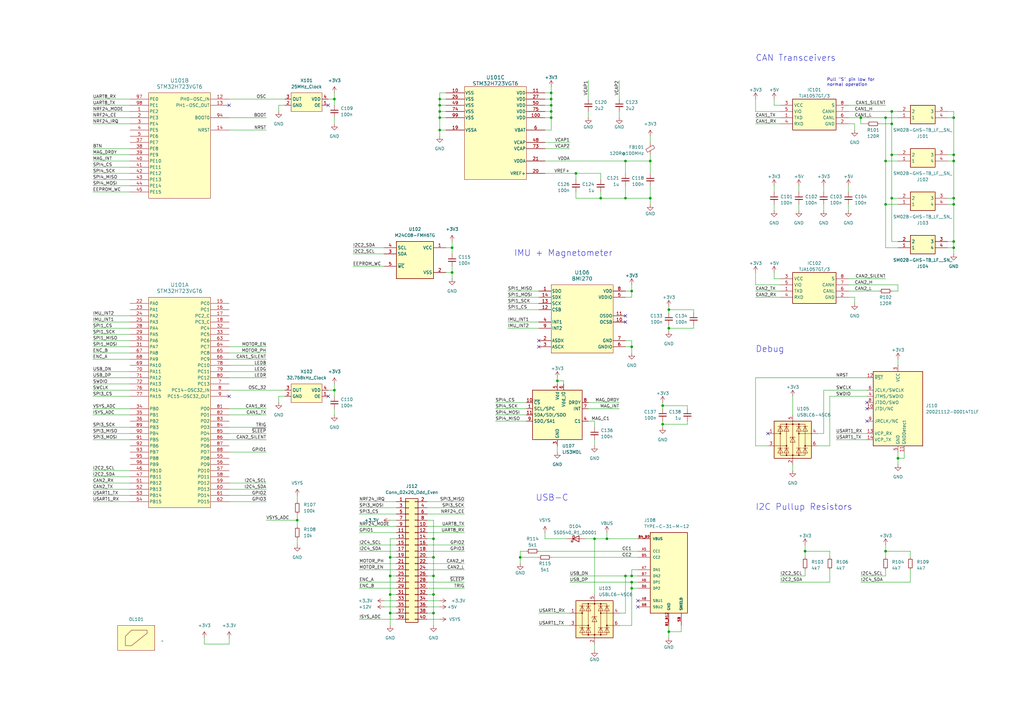
<source format=kicad_sch>
(kicad_sch (version 20231120) (generator "eeschema") (generator_version "8.0")
  (paper "A3")
  (title_block (comment 1 "Ben Smith"))
  (junction (at 391.16 63.5))
  (junction (at 269.24 -30.48))
  (junction (at 271.78 166.37))
  (junction (at 391.16 83.82))
  (junction (at 259.08 238.76))
  (junction (at 485.14 45.72))
  (junction (at 330.2 226.06))
  (junction (at 391.16 48.26))
  (junction (at 271.78 173.99))
  (junction (at 180.34 40.64))
  (junction (at 279.4 -30.48))
  (junction (at 180.34 45.72))
  (junction (at 226.06 40.64))
  (junction (at 259.08 -30.48))
  (junction (at 266.7 66.04))
  (junction (at 266.7 81.28))
  (junction (at 269.24 -40.64))
  (junction (at 248.92 220.98))
  (junction (at 256.54 236.22))
  (junction (at 248.92 -40.64))
  (junction (at 368.3 187.96))
  (junction (at 259.08 241.3))
  (junction (at 160.02 228.6))
  (junction (at 185.42 101.6))
  (junction (at 160.02 243.84))
  (junction (at 177.8 251.46))
  (junction (at 228.6 156.21))
  (junction (at 365.76 63.5))
  (junction (at 243.84 220.98))
  (junction (at 226.06 45.72))
  (junction (at 177.8 228.6))
  (junction (at 363.22 48.26))
  (junction (at 218.44 -40.64))
  (junction (at 114.3 -33.02))
  (junction (at 185.42 111.76))
  (junction (at 236.22 71.12))
  (junction (at 246.38 81.28))
  (junction (at 363.22 66.04))
  (junction (at 391.16 99.06))
  (junction (at 259.08 119.38))
  (junction (at 391.16 101.6))
  (junction (at 365.76 81.28))
  (junction (at 177.8 220.98))
  (junction (at 238.76 -40.64))
  (junction (at 127 -33.02))
  (junction (at 177.8 243.84))
  (junction (at 274.32 127))
  (junction (at 226.06 43.18))
  (junction (at 137.16 160.02))
  (junction (at 259.08 -40.64))
  (junction (at 228.6 -30.48))
  (junction (at 226.06 38.1))
  (junction (at 160.02 251.46))
  (junction (at 363.22 83.82))
  (junction (at 137.16 40.64))
  (junction (at 226.06 48.26))
  (junction (at 238.76 -30.48))
  (junction (at 279.4 -40.64))
  (junction (at 365.76 45.72))
  (junction (at 180.34 53.34))
  (junction (at 256.54 66.04))
  (junction (at 213.36 228.6))
  (junction (at 391.16 81.28))
  (junction (at 228.6 -40.64))
  (junction (at 353.06 48.26))
  (junction (at 160.02 236.22))
  (junction (at 363.22 226.06))
  (junction (at 259.08 236.22))
  (junction (at 500.38 73.66))
  (junction (at 256.54 81.28))
  (junction (at 180.34 48.26))
  (junction (at 180.34 43.18))
  (junction (at 248.92 -30.48))
  (junction (at 391.16 66.04))
  (junction (at 365.76 50.8))
  (junction (at 218.44 -30.48))
  (junction (at 502.92 73.66))
  (junction (at 121.92 213.36))
  (junction (at 259.08 142.24))
  (junction (at 274.32 134.62))
  (junction (at 274.32 259.08))
  (junction (at 177.8 236.22))
  (no_connect (at 256.54 132.08))
  (no_connect (at 134.62 162.56))
  (no_connect (at 497.84 76.2))
  (no_connect (at 93.98 162.56))
  (no_connect (at 134.62 43.18))
  (no_connect (at 355.6 165.1))
  (no_connect (at 93.98 43.18))
  (no_connect (at 261.62 246.38))
  (no_connect (at 355.6 167.64))
  (no_connect (at 261.62 248.92))
  (no_connect (at 472.44 73.66))
  (no_connect (at 482.6 48.26))
  (no_connect (at 220.98 139.7))
  (no_connect (at 220.98 142.24))
  (no_connect (at 355.6 172.72))
  (no_connect (at 314.96 177.8))
  (no_connect (at 457.2 45.72))
  (no_connect (at 256.54 129.54))
  (wire (pts (xy 175.26 251.46) (xy 177.8 251.46)))
  (polyline (pts (xy 214.63 -20.32) (xy 222.25 -20.32)))
  (wire (pts (xy 38.1 68.58) (xy 53.34 68.58)))
  (polyline (pts (xy 214.63 -21.59) (xy 214.63 -20.32)))
  (wire (pts (xy 373.38 233.68) (xy 373.38 238.76)))
  (wire (pts (xy 340.36 228.6) (xy 340.36 226.06)))
  (wire (pts (xy 279.4 -30.48) (xy 289.56 -30.48)))
  (wire (pts (xy 256.54 66.04) (xy 256.54 71.12)))
  (wire (pts (xy 53.34 66.04) (xy 38.1 66.04)))
  (wire (pts (xy 38.1 152.4) (xy 53.34 152.4)))
  (wire (pts (xy 365.76 45.72) (xy 365.76 50.8)))
  (wire (pts (xy 38.1 134.62) (xy 53.34 134.62)))
  (wire (pts (xy 93.98 147.32) (xy 109.22 147.32)))
  (wire (pts (xy 185.42 109.22) (xy 185.42 111.76)))
  (wire (pts (xy 38.1 144.78) (xy 53.34 144.78)))
  (wire (pts (xy 347.98 76.2) (xy 347.98 78.74)))
  (wire (pts (xy 259.08 -40.64) (xy 259.08 -38.1)))
  (wire (pts (xy 213.36 231.14) (xy 213.36 228.6)))
  (wire (pts (xy 157.48 246.38) (xy 162.56 246.38)))
  (wire (pts (xy 337.82 76.2) (xy 337.82 78.74)))
  (wire (pts (xy 248.92 -30.48) (xy 259.08 -30.48)))
  (wire (pts (xy 160.02 251.46) (xy 162.56 251.46)))
  (wire (pts (xy 485.14 53.34) (xy 485.14 55.88)))
  (wire (pts (xy 246.38 71.12) (xy 236.22 71.12)))
  (wire (pts (xy 259.08 121.92) (xy 259.08 119.38)))
  (wire (pts (xy 281.94 167.64) (xy 281.94 166.37)))
  (wire (pts (xy 190.5 208.28) (xy 175.26 208.28)))
  (wire (pts (xy 271.78 166.37) (xy 271.78 165.1)))
  (wire (pts (xy 454.66 48.26) (xy 457.2 48.26)))
  (wire (pts (xy 502.92 71.12) (xy 502.92 73.66)))
  (wire (pts (xy 144.78 104.14) (xy 157.48 104.14)))
  (wire (pts (xy 259.08 238.76) (xy 261.62 238.76)))
  (wire (pts (xy 365.76 45.72) (xy 368.3 45.72)))
  (wire (pts (xy 274.32 256.54) (xy 274.32 259.08)))
  (wire (pts (xy 226.06 38.1) (xy 223.52 38.1)))
  (wire (pts (xy 274.32 135.89) (xy 274.32 134.62)))
  (wire (pts (xy 226.06 40.64) (xy 226.06 43.18)))
  (wire (pts (xy 350.52 121.92) (xy 350.52 124.46)))
  (polyline (pts (xy 292.1 -21.59) (xy 292.1 -20.32)))
  (wire (pts (xy 266.7 66.04) (xy 266.7 71.12)))
  (wire (pts (xy 228.6 -30.48) (xy 228.6 -33.02)))
  (wire (pts (xy 347.98 114.3) (xy 363.22 114.3)))
  (wire (pts (xy 177.8 251.46) (xy 177.8 256.54)))
  (wire (pts (xy 147.32 226.06) (xy 162.56 226.06)))
  (wire (pts (xy 180.34 40.64) (xy 180.34 43.18)))
  (wire (pts (xy 337.82 83.82) (xy 337.82 86.36)))
  (wire (pts (xy 147.32 241.3) (xy 162.56 241.3)))
  (wire (pts (xy 391.16 66.04) (xy 391.16 81.28)))
  (wire (pts (xy 109.22 177.8) (xy 93.98 177.8)))
  (wire (pts (xy 38.1 193.04) (xy 53.34 193.04)))
  (wire (pts (xy 236.22 73.66) (xy 236.22 71.12)))
  (wire (pts (xy 93.98 180.34) (xy 109.22 180.34)))
  (wire (pts (xy 226.06 38.1) (xy 226.06 40.64)))
  (wire (pts (xy 289.56 -30.48) (xy 289.56 -33.02)))
  (wire (pts (xy 500.38 73.66) (xy 500.38 76.2)))
  (wire (pts (xy 309.88 111.76) (xy 309.88 116.84)))
  (wire (pts (xy 38.1 162.56) (xy 53.34 162.56)))
  (wire (pts (xy 157.48 248.92) (xy 162.56 248.92)))
  (wire (pts (xy 284.48 134.62) (xy 274.32 134.62)))
  (wire (pts (xy 93.98 48.26) (xy 109.22 48.26)))
  (wire (pts (xy 254 167.64) (xy 241.3 167.64)))
  (wire (pts (xy 137.16 160.02) (xy 137.16 162.56)))
  (wire (pts (xy 228.6 -40.64) (xy 238.76 -40.64)))
  (wire (pts (xy 259.08 144.78) (xy 259.08 142.24)))
  (wire (pts (xy 256.54 236.22) (xy 259.08 236.22)))
  (wire (pts (xy 485.14 45.72) (xy 485.14 48.26)))
  (wire (pts (xy 218.44 -43.18) (xy 218.44 -40.64)))
  (wire (pts (xy 137.16 160.02) (xy 134.62 160.02)))
  (wire (pts (xy 93.98 40.64) (xy 116.84 40.64)))
  (wire (pts (xy 355.6 50.8) (xy 353.06 50.8)))
  (wire (pts (xy 259.08 119.38) (xy 259.08 116.84)))
  (wire (pts (xy 256.54 81.28) (xy 246.38 81.28)))
  (wire (pts (xy 180.34 48.26) (xy 182.88 48.26)))
  (wire (pts (xy 226.06 48.26) (xy 226.06 53.34)))
  (wire (pts (xy 208.28 124.46) (xy 220.98 124.46)))
  (wire (pts (xy 309.88 45.72) (xy 320.04 45.72)))
  (wire (pts (xy 266.7 55.88) (xy 266.7 58.42)))
  (wire (pts (xy 213.36 228.6) (xy 220.98 228.6)))
  (wire (pts (xy 127 -43.18) (xy 127 -40.64)))
  (wire (pts (xy 208.28 127) (xy 220.98 127)))
  (wire (pts (xy 497.84 73.66) (xy 500.38 73.66)))
  (wire (pts (xy 347.98 48.26) (xy 353.06 48.26)))
  (wire (pts (xy 309.88 154.94) (xy 355.6 154.94)))
  (wire (pts (xy 347.98 116.84) (xy 368.3 116.84)))
  (wire (pts (xy 388.62 45.72) (xy 391.16 45.72)))
  (wire (pts (xy 38.1 139.7) (xy 53.34 139.7)))
  (wire (pts (xy 228.6 -30.48) (xy 238.76 -30.48)))
  (wire (pts (xy 284.48 128.27) (xy 284.48 127)))
  (wire (pts (xy 93.98 185.42) (xy 109.22 185.42)))
  (wire (pts (xy 53.34 78.74) (xy 38.1 78.74)))
  (wire (pts (xy 271.78 175.26) (xy 271.78 173.99)))
  (wire (pts (xy 180.34 43.18) (xy 182.88 43.18)))
  (wire (pts (xy 284.48 133.35) (xy 284.48 134.62)))
  (wire (pts (xy 236.22 78.74) (xy 236.22 81.28)))
  (wire (pts (xy 175.26 241.3) (xy 190.5 241.3)))
  (wire (pts (xy 254 45.72) (xy 254 48.26)))
  (wire (pts (xy 160.02 220.98) (xy 160.02 228.6)))
  (wire (pts (xy 256.54 142.24) (xy 259.08 142.24)))
  (wire (pts (xy 38.1 198.12) (xy 53.34 198.12)))
  (wire (pts (xy 160.02 228.6) (xy 162.56 228.6)))
  (wire (pts (xy 454.66 50.8) (xy 454.66 48.26)))
  (wire (pts (xy 363.22 43.18) (xy 347.98 43.18)))
  (wire (pts (xy 246.38 73.66) (xy 246.38 71.12)))
  (wire (pts (xy 83.82 261.62) (xy 83.82 264.16)))
  (wire (pts (xy 228.6 185.42) (xy 228.6 182.88)))
  (wire (pts (xy 353.06 238.76) (xy 373.38 238.76)))
  (wire (pts (xy 327.66 83.82) (xy 327.66 86.36)))
  (wire (pts (xy 220.98 226.06) (xy 261.62 226.06)))
  (wire (pts (xy 121.92 223.52) (xy 121.92 220.98)))
  (wire (pts (xy 259.08 236.22) (xy 261.62 236.22)))
  (wire (pts (xy 175.26 254) (xy 180.34 254)))
  (wire (pts (xy 363.22 226.06) (xy 373.38 226.06)))
  (wire (pts (xy 180.34 53.34) (xy 182.88 53.34)))
  (wire (pts (xy 502.92 73.66) (xy 515.62 73.66)))
  (wire (pts (xy 38.1 76.2) (xy 53.34 76.2)))
  (wire (pts (xy 256.54 76.2) (xy 256.54 81.28)))
  (wire (pts (xy 160.02 228.6) (xy 160.02 236.22)))
  (wire (pts (xy 370.84 185.42) (xy 370.84 187.96)))
  (wire (pts (xy 180.34 53.34) (xy 180.34 55.88)))
  (wire (pts (xy 233.68 60.96) (xy 223.52 60.96)))
  (wire (pts (xy 368.3 187.96) (xy 370.84 187.96)))
  (wire (pts (xy 180.34 45.72) (xy 180.34 48.26)))
  (wire (pts (xy 274.32 127) (xy 274.32 125.73)))
  (wire (pts (xy 175.26 243.84) (xy 177.8 243.84)))
  (wire (pts (xy 241.3 33.02) (xy 241.3 40.64)))
  (polyline (pts (xy 275.59 -21.59) (xy 275.59 -20.32)))
  (wire (pts (xy 228.6 157.48) (xy 228.6 156.21)))
  (wire (pts (xy 243.84 182.88) (xy 243.84 180.34)))
  (wire (pts (xy 256.54 121.92) (xy 259.08 121.92)))
  (wire (pts (xy 38.1 142.24) (xy 53.34 142.24)))
  (wire (pts (xy 368.3 101.6) (xy 363.22 101.6)))
  (wire (pts (xy 309.88 40.64) (xy 309.88 45.72)))
  (wire (pts (xy 325.12 162.56) (xy 325.12 170.18)))
  (wire (pts (xy 248.92 220.98) (xy 261.62 220.98)))
  (wire (pts (xy 363.22 223.52) (xy 363.22 226.06)))
  (wire (pts (xy 320.04 236.22) (xy 330.2 236.22)))
  (wire (pts (xy 226.06 35.56) (xy 226.06 38.1)))
  (wire (pts (xy 180.34 48.26) (xy 180.34 53.34)))
  (wire (pts (xy 347.98 121.92) (xy 350.52 121.92)))
  (wire (pts (xy 114.3 165.1) (xy 114.3 162.56)))
  (wire (pts (xy 314.96 182.88) (xy 309.88 182.88)))
  (wire (pts (xy 93.98 175.26) (xy 109.22 175.26)))
  (wire (pts (xy 368.3 119.38) (xy 365.76 119.38)))
  (wire (pts (xy 317.5 114.3) (xy 320.04 114.3)))
  (wire (pts (xy 137.16 43.18) (xy 137.16 40.64)))
  (polyline (pts (xy 275.59 -20.32) (xy 292.1 -20.32)))
  (wire (pts (xy 144.78 109.22) (xy 157.48 109.22)))
  (wire (pts (xy 365.76 81.28) (xy 365.76 99.06)))
  (wire (pts (xy 53.34 129.54) (xy 38.1 129.54)))
  (wire (pts (xy 309.88 48.26) (xy 320.04 48.26)))
  (wire (pts (xy 114.3 -33.02) (xy 101.6 -33.02)))
  (wire (pts (xy 279.4 -30.48) (xy 279.4 -33.02)))
  (wire (pts (xy 226.06 45.72) (xy 223.52 45.72)))
  (wire (pts (xy 121.92 210.82) (xy 121.92 213.36)))
  (wire (pts (xy 177.8 213.36) (xy 177.8 220.98)))
  (wire (pts (xy 208.28 132.08) (xy 220.98 132.08)))
  (wire (pts (xy 281.94 172.72) (xy 281.94 173.99)))
  (wire (pts (xy 83.82 264.16) (xy 93.98 264.16)))
  (wire (pts (xy 147.32 223.52) (xy 162.56 223.52)))
  (wire (pts (xy 160.02 251.46) (xy 160.02 256.54)))
  (wire (pts (xy 175.26 246.38) (xy 180.34 246.38)))
  (wire (pts (xy 337.82 160.02) (xy 337.82 177.8)))
  (wire (pts (xy 175.26 215.9) (xy 190.5 215.9)))
  (wire (pts (xy 38.1 175.26) (xy 53.34 175.26)))
  (wire (pts (xy 101.6 -43.18) (xy 101.6 -40.64)))
  (wire (pts (xy 180.34 38.1) (xy 180.34 40.64)))
  (wire (pts (xy 218.44 -30.48) (xy 218.44 -27.94)))
  (wire (pts (xy 363.22 48.26) (xy 363.22 66.04)))
  (wire (pts (xy 259.08 233.68) (xy 261.62 233.68)))
  (wire (pts (xy 248.92 -40.64) (xy 259.08 -40.64)))
  (wire (pts (xy 203.2 172.72) (xy 215.9 172.72)))
  (wire (pts (xy 281.94 166.37) (xy 271.78 166.37)))
  (wire (pts (xy 233.68 58.42) (xy 223.52 58.42)))
  (wire (pts (xy 340.36 182.88) (xy 340.36 162.56)))
  (wire (pts (xy 38.1 167.64) (xy 53.34 167.64)))
  (wire (pts (xy 38.1 147.32) (xy 53.34 147.32)))
  (wire (pts (xy 93.98 200.66) (xy 109.22 200.66)))
  (wire (pts (xy 175.26 236.22) (xy 177.8 236.22)))
  (wire (pts (xy 363.22 83.82) (xy 363.22 66.04)))
  (wire (pts (xy 256.54 251.46) (xy 256.54 236.22)))
  (wire (pts (xy 241.3 45.72) (xy 241.3 48.26)))
  (wire (pts (xy 363.22 233.68) (xy 363.22 236.22)))
  (wire (pts (xy 368.3 116.84) (xy 368.3 119.38)))
  (wire (pts (xy 391.16 48.26) (xy 391.16 63.5)))
  (wire (pts (xy 274.32 134.62) (xy 274.32 133.35)))
  (wire (pts (xy 228.6 156.21) (xy 228.6 154.94)))
  (wire (pts (xy 256.54 66.04) (xy 223.52 66.04)))
  (wire (pts (xy 259.08 142.24) (xy 259.08 139.7)))
  (wire (pts (xy 254 165.1) (xy 241.3 165.1)))
  (wire (pts (xy 160.02 220.98) (xy 162.56 220.98)))
  (wire (pts (xy 177.8 220.98) (xy 177.8 228.6)))
  (wire (pts (xy 363.22 48.26) (xy 368.3 48.26)))
  (wire (pts (xy 175.26 220.98) (xy 177.8 220.98)))
  (wire (pts (xy 500.38 73.66) (xy 502.92 73.66)))
  (wire (pts (xy 147.32 208.28) (xy 162.56 208.28)))
  (wire (pts (xy 185.42 99.06) (xy 185.42 101.6)))
  (wire (pts (xy 109.22 170.18) (xy 93.98 170.18)))
  (wire (pts (xy 259.08 139.7) (xy 256.54 139.7)))
  (wire (pts (xy 365.76 99.06) (xy 368.3 99.06)))
  (wire (pts (xy 391.16 83.82) (xy 391.16 99.06)))
  (wire (pts (xy 259.08 236.22) (xy 259.08 233.68)))
  (wire (pts (xy 266.7 66.04) (xy 256.54 66.04)))
  (wire (pts (xy 220.98 251.46) (xy 233.68 251.46)))
  (wire (pts (xy 259.08 238.76) (xy 259.08 241.3)))
  (wire (pts (xy 38.1 60.96) (xy 53.34 60.96)))
  (wire (pts (xy 259.08 241.3) (xy 261.62 241.3)))
  (polyline (pts (xy 226.06 -20.32) (xy 231.14 -20.32)))
  (wire (pts (xy 231.14 157.48) (xy 231.14 156.21)))
  (wire (pts (xy 363.22 83.82) (xy 368.3 83.82)))
  (wire (pts (xy 274.32 128.27) (xy 274.32 127)))
  (wire (pts (xy 93.98 261.62) (xy 93.98 264.16)))
  (wire (pts (xy 266.7 81.28) (xy 256.54 81.28)))
  (wire (pts (xy 347.98 45.72) (xy 365.76 45.72)))
  (wire (pts (xy 38.1 195.58) (xy 53.34 195.58)))
  (wire (pts (xy 180.34 43.18) (xy 180.34 45.72)))
  (wire (pts (xy 38.1 203.2) (xy 53.34 203.2)))
  (wire (pts (xy 38.1 154.94) (xy 53.34 154.94)))
  (wire (pts (xy 271.78 167.64) (xy 271.78 166.37)))
  (wire (pts (xy 38.1 200.66) (xy 53.34 200.66)))
  (wire (pts (xy 116.84 162.56) (xy 114.3 162.56)))
  (wire (pts (xy 266.7 63.5) (xy 266.7 66.04)))
  (wire (pts (xy 233.68 238.76) (xy 259.08 238.76)))
  (wire (pts (xy 121.92 213.36) (xy 121.92 215.9)))
  (wire (pts (xy 228.6 -40.64) (xy 228.6 -38.1)))
  (wire (pts (xy 53.34 50.8) (xy 38.1 50.8)))
  (wire (pts (xy 365.76 63.5) (xy 368.3 63.5)))
  (wire (pts (xy 342.9 180.34) (xy 355.6 180.34)))
  (wire (pts (xy 365.76 81.28) (xy 368.3 81.28)))
  (wire (pts (xy 365.76 50.8) (xy 365.76 63.5)))
  (wire (pts (xy 330.2 226.06) (xy 330.2 228.6)))
  (wire (pts (xy 254 256.54) (xy 259.08 256.54)))
  (wire (pts (xy 226.06 43.18) (xy 226.06 45.72)))
  (wire (pts (xy 218.44 -40.64) (xy 228.6 -40.64)))
  (wire (pts (xy 226.06 48.26) (xy 223.52 48.26)))
  (wire (pts (xy 114.3 45.72) (xy 114.3 43.18)))
  (wire (pts (xy 53.34 45.72) (xy 38.1 45.72)))
  (wire (pts (xy 248.92 218.44) (xy 248.92 220.98)))
  (wire (pts (xy 175.26 213.36) (xy 177.8 213.36)))
  (wire (pts (xy 391.16 99.06) (xy 391.16 101.6)))
  (wire (pts (xy 469.9 76.2) (xy 472.44 76.2)))
  (wire (pts (xy 114.3 -43.18) (xy 114.3 -40.64)))
  (wire (pts (xy 363.22 226.06) (xy 363.22 228.6)))
  (wire (pts (xy 243.84 266.7) (xy 243.84 264.16)))
  (wire (pts (xy 482.6 45.72) (xy 485.14 45.72)))
  (wire (pts (xy 101.6 -55.88) (xy 101.6 -48.26)))
  (wire (pts (xy 388.62 101.6) (xy 391.16 101.6)))
  (wire (pts (xy 233.68 236.22) (xy 256.54 236.22)))
  (wire (pts (xy 208.28 121.92) (xy 220.98 121.92)))
  (wire (pts (xy 147.32 231.14) (xy 162.56 231.14)))
  (wire (pts (xy 330.2 223.52) (xy 330.2 226.06)))
  (wire (pts (xy 175.26 218.44) (xy 190.5 218.44)))
  (wire (pts (xy 134.62 40.64) (xy 137.16 40.64)))
  (wire (pts (xy 231.14 156.21) (xy 228.6 156.21)))
  (wire (pts (xy 180.34 248.92) (xy 175.26 248.92)))
  (wire (pts (xy 269.24 -30.48) (xy 269.24 -33.02)))
  (wire (pts (xy 190.5 233.68) (xy 175.26 233.68)))
  (wire (pts (xy 347.98 50.8) (xy 350.52 50.8)))
  (wire (pts (xy 38.1 170.18) (xy 53.34 170.18)))
  (wire (pts (xy 259.08 -30.48) (xy 269.24 -30.48)))
  (wire (pts (xy 182.88 101.6) (xy 185.42 101.6)))
  (polyline (pts (xy 222.25 -21.59) (xy 222.25 -20.32)))
  (wire (pts (xy 256.54 119.38) (xy 259.08 119.38)))
  (wire (pts (xy 243.84 220.98) (xy 243.84 243.84)))
  (polyline (pts (xy 226.06 -21.59) (xy 226.06 -20.32)))
  (wire (pts (xy 347.98 119.38) (xy 360.68 119.38)))
  (wire (pts (xy 147.32 238.76) (xy 162.56 238.76)))
  (wire (pts (xy 243.84 175.26) (xy 243.84 172.72)))
  (wire (pts (xy 391.16 45.72) (xy 391.16 48.26)))
  (wire (pts (xy 208.28 119.38) (xy 220.98 119.38)))
  (wire (pts (xy 177.8 236.22) (xy 177.8 243.84)))
  (wire (pts (xy 175.26 228.6) (xy 177.8 228.6)))
  (wire (pts (xy 259.08 256.54) (xy 259.08 241.3)))
  (wire (pts (xy 391.16 101.6) (xy 391.16 104.14)))
  (wire (pts (xy 175.26 210.82) (xy 190.5 210.82)))
  (wire (pts (xy 238.76 -30.48) (xy 248.92 -30.48)))
  (wire (pts (xy 340.36 233.68) (xy 340.36 238.76)))
  (wire (pts (xy 177.8 243.84) (xy 177.8 251.46)))
  (wire (pts (xy 38.1 180.34) (xy 53.34 180.34)))
  (wire (pts (xy 160.02 213.36) (xy 162.56 213.36)))
  (wire (pts (xy 93.98 154.94) (xy 109.22 154.94)))
  (wire (pts (xy 38.1 205.74) (xy 53.34 205.74)))
  (wire (pts (xy 337.82 160.02) (xy 355.6 160.02)))
  (wire (pts (xy 269.24 -40.64) (xy 269.24 -38.1)))
  (wire (pts (xy 388.62 99.06) (xy 391.16 99.06)))
  (wire (pts (xy 226.06 43.18) (xy 223.52 43.18)))
  (wire (pts (xy 38.1 73.66) (xy 53.34 73.66)))
  (wire (pts (xy 180.34 45.72) (xy 182.88 45.72)))
  (wire (pts (xy 391.16 63.5) (xy 391.16 66.04)))
  (wire (pts (xy 248.92 -40.64) (xy 248.92 -38.1)))
  (wire (pts (xy 38.1 71.12) (xy 53.34 71.12)))
  (wire (pts (xy 203.2 165.1) (xy 215.9 165.1)))
  (wire (pts (xy 274.32 259.08) (xy 279.4 259.08)))
  (wire (pts (xy 190.5 231.14) (xy 175.26 231.14)))
  (wire (pts (xy 243.84 172.72) (xy 241.3 172.72)))
  (wire (pts (xy 266.7 81.28) (xy 266.7 83.82)))
  (wire (pts (xy 93.98 205.74) (xy 109.22 205.74)))
  (wire (pts (xy 373.38 228.6) (xy 373.38 226.06)))
  (wire (pts (xy 309.88 121.92) (xy 320.04 121.92)))
  (wire (pts (xy 109.22 213.36) (xy 121.92 213.36)))
  (wire (pts (xy 38.1 157.48) (xy 53.34 157.48)))
  (wire (pts (xy 353.06 236.22) (xy 363.22 236.22)))
  (wire (pts (xy 236.22 71.12) (xy 223.52 71.12)))
  (wire (pts (xy 53.34 43.18) (xy 38.1 43.18)))
  (wire (pts (xy 203.2 167.64) (xy 215.9 167.64)))
  (wire (pts (xy 232.41 220.98) (xy 223.52 220.98)))
  (wire (pts (xy 289.56 -38.1) (xy 289.56 -40.64)))
  (wire (pts (xy 350.52 50.8) (xy 350.52 53.34)))
  (wire (pts (xy 160.02 236.22) (xy 162.56 236.22)))
  (wire (pts (xy 93.98 152.4) (xy 109.22 152.4)))
  (wire (pts (xy 279.4 -40.64) (xy 289.56 -40.64)))
  (polyline (pts (xy 271.78 -21.59) (xy 271.78 -20.32)))
  (wire (pts (xy 327.66 76.2) (xy 327.66 78.74)))
  (wire (pts (xy 175.26 238.76) (xy 190.5 238.76)))
  (wire (pts (xy 368.3 185.42) (xy 368.3 187.96)))
  (wire (pts (xy 360.68 50.8) (xy 365.76 50.8)))
  (wire (pts (xy 218.44 -30.48) (xy 228.6 -30.48)))
  (polyline (pts (xy 226.06 -20.32) (xy 271.78 -20.32)))
  (wire (pts (xy 279.4 -40.64) (xy 279.4 -38.1)))
  (wire (pts (xy 368.3 187.96) (xy 368.3 190.5)))
  (wire (pts (xy 309.88 50.8) (xy 320.04 50.8)))
  (wire (pts (xy 368.3 147.32) (xy 368.3 149.86)))
  (wire (pts (xy 269.24 -40.64) (xy 279.4 -40.64)))
  (wire (pts (xy 388.62 66.04) (xy 391.16 66.04)))
  (wire (pts (xy 127 -33.02) (xy 127 -30.48)))
  (wire (pts (xy 342.9 177.8) (xy 355.6 177.8)))
  (wire (pts (xy 93.98 53.34) (xy 109.22 53.34)))
  (wire (pts (xy 147.32 210.82) (xy 162.56 210.82)))
  (wire (pts (xy 259.08 -40.64) (xy 269.24 -40.64)))
  (wire (pts (xy 147.32 218.44) (xy 162.56 218.44)))
  (wire (pts (xy 127 -35.56) (xy 127 -33.02)))
  (wire (pts (xy 317.5 43.18) (xy 320.04 43.18)))
  (wire (pts (xy 160.02 236.22) (xy 160.02 243.84)))
  (wire (pts (xy 388.62 48.26) (xy 391.16 48.26)))
  (wire (pts (xy 190.5 226.06) (xy 175.26 226.06)))
  (wire (pts (xy 500.38 81.28) (xy 500.38 83.82)))
  (wire (pts (xy 309.88 119.38) (xy 320.04 119.38)))
  (wire (pts (xy 391.16 81.28) (xy 391.16 83.82)))
  (wire (pts (xy 330.2 233.68) (xy 330.2 236.22)))
  (wire (pts (xy 254 251.46) (xy 256.54 251.46)))
  (wire (pts (xy 93.98 167.64) (xy 109.22 167.64)))
  (wire (pts (xy 38.1 137.16) (xy 53.34 137.16)))
  (wire (pts (xy 365.76 63.5) (xy 365.76 81.28)))
  (wire (pts (xy 246.38 81.28) (xy 236.22 81.28)))
  (wire (pts (xy 340.36 162.56) (xy 355.6 162.56)))
  (wire (pts (xy 53.34 132.08) (xy 38.1 132.08)))
  (wire (pts (xy 53.34 40.64) (xy 38.1 40.64)))
  (wire (pts (xy 218.44 -30.48) (xy 218.44 -33.02)))
  (wire (pts (xy 320.04 238.76) (xy 340.36 238.76)))
  (wire (pts (xy 53.34 48.26) (xy 38.1 48.26)))
  (wire (pts (xy 114.3 -33.02) (xy 127 -33.02)))
  (wire (pts (xy 240.03 220.98) (xy 243.84 220.98)))
  (wire (pts (xy 180.34 38.1) (xy 182.88 38.1)))
  (wire (pts (xy 254 33.02) (xy 254 40.64)))
  (wire (pts (xy 388.62 63.5) (xy 391.16 63.5)))
  (wire (pts (xy 160.02 243.84) (xy 162.56 243.84)))
  (wire (pts (xy 121.92 203.2) (xy 121.92 205.74)))
  (wire (pts (xy 147.32 215.9) (xy 162.56 215.9)))
  (wire (pts (xy 38.1 177.8) (xy 53.34 177.8)))
  (wire (pts (xy 246.38 78.74) (xy 246.38 81.28)))
  (wire (pts (xy 223.52 220.98) (xy 223.52 218.44)))
  (wire (pts (xy 347.98 83.82) (xy 347.98 86.36)))
  (wire (pts (xy 185.42 104.14) (xy 185.42 101.6)))
  (wire (pts (xy 101.6 -33.02) (xy 101.6 -35.56)))
  (wire (pts (xy 220.98 256.54) (xy 233.68 256.54)))
  (wire (pts (xy 388.62 83.82) (xy 391.16 83.82)))
  (wire (pts (xy 502.92 63.5) (xy 502.92 66.04)))
  (wire (pts (xy 38.1 63.5) (xy 53.34 63.5)))
  (wire (pts (xy 208.28 134.62) (xy 220.98 134.62)))
  (wire (pts (xy 469.9 78.74) (xy 469.9 76.2)))
  (wire (pts (xy 243.84 220.98) (xy 248.92 220.98)))
  (wire (pts (xy 269.24 -30.48) (xy 279.4 -30.48)))
  (wire (pts (xy 137.16 38.1) (xy 137.16 40.64)))
  (wire (pts (xy 279.4 256.54) (xy 279.4 259.08)))
  (wire (pts (xy 190.5 223.52) (xy 175.26 223.52)))
  (wire (pts (xy 325.12 190.5) (xy 325.12 193.04)))
  (wire (pts (xy 93.98 142.24) (xy 109.22 142.24)))
  (wire (pts (xy 38.1 160.02) (xy 53.34 160.02)))
  (wire (pts (xy 93.98 144.78) (xy 109.22 144.78)))
  (wire (pts (xy 363.22 66.04) (xy 368.3 66.04)))
  (wire (pts (xy 238.76 -30.48) (xy 238.76 -33.02)))
  (wire (pts (xy 317.5 83.82) (xy 317.5 86.36)))
  (wire (pts (xy 274.32 259.08) (xy 274.32 261.62)))
  (wire (pts (xy 226.06 45.72) (xy 226.06 48.26)))
  (wire (pts (xy 177.8 228.6) (xy 177.8 236.22)))
  (wire (pts (xy 218.44 -40.64) (xy 218.44 -38.1)))
  (wire (pts (xy 271.78 173.99) (xy 271.78 172.72)))
  (wire (pts (xy 109.22 149.86) (xy 93.98 149.86)))
  (wire (pts (xy 309.88 182.88) (xy 309.88 154.94)))
  (wire (pts (xy 137.16 48.26) (xy 137.16 50.8)))
  (wire (pts (xy 147.32 205.74) (xy 162.56 205.74)))
  (wire (pts (xy 335.28 182.88) (xy 340.36 182.88)))
  (wire (pts (xy 226.06 53.34) (xy 223.52 53.34)))
  (wire (pts (xy 485.14 45.72) (xy 500.38 45.72)))
  (wire (pts (xy 363.22 101.6) (xy 363.22 83.82)))
  (wire (pts (xy 137.16 167.64) (xy 137.16 170.18)))
  (wire (pts (xy 93.98 203.2) (xy 109.22 203.2)))
  (wire (pts (xy 160.02 243.84) (xy 160.02 251.46)))
  (wire (pts (xy 147.32 233.68) (xy 162.56 233.68)))
  (wire (pts (xy 213.36 226.06) (xy 213.36 228.6)))
  (wire (pts (xy 114.3 -55.88) (xy 114.3 -48.26)))
  (wire (pts (xy 144.78 101.6) (xy 157.48 101.6)))
  (wire (pts (xy 317.5 111.76) (xy 317.5 114.3)))
  (wire (pts (xy 190.5 205.74) (xy 175.26 205.74)))
  (wire (pts (xy 215.9 226.06) (xy 213.36 226.06)))
  (wire (pts (xy 284.48 127) (xy 274.32 127)))
  (wire (pts (xy 147.32 254) (xy 162.56 254)))
  (wire (pts (xy 226.06 40.64) (xy 223.52 40.64)))
  (wire (pts (xy 180.34 40.64) (xy 182.88 40.64)))
  (wire (pts (xy 185.42 111.76) (xy 185.42 114.3)))
  (wire (pts (xy 353.06 48.26) (xy 353.06 50.8)))
  (wire (pts (xy 337.82 177.8) (xy 335.28 177.8)))
  (wire (pts (xy 127 -55.88) (xy 127 -48.26)))
  (wire (pts (xy 266.7 76.2) (xy 266.7 81.28)))
  (wire (pts (xy 93.98 160.02) (xy 116.84 160.02)))
  (wire (pts (xy 203.2 170.18) (xy 215.9 170.18)))
  (wire (pts (xy 317.5 40.64) (xy 317.5 43.18)))
  (wire (pts (xy 226.06 228.6) (xy 261.62 228.6)))
  (wire (pts (xy 238.76 -40.64) (xy 248.92 -40.64)))
  (wire (pts (xy 114.3 -35.56) (xy 114.3 -33.02)))
  (wire (pts (xy 248.92 -30.48) (xy 248.92 -33.02)))
  (wire (pts (xy 114.3 43.18) (xy 116.84 43.18)))
  (wire (pts (xy 182.88 111.76) (xy 185.42 111.76)))
  (wire (pts (xy 137.16 157.48) (xy 137.16 160.02)))
  (wire (pts (xy 259.08 -30.48) (xy 259.08 -33.02)))
  (wire (pts (xy 317.5 76.2) (xy 317.5 78.74)))
  (wire (pts (xy 330.2 226.06) (xy 340.36 226.06)))
  (wire (pts (xy 238.76 -40.64) (xy 238.76 -38.1)))
  (wire (pts (xy 309.88 116.84) (xy 320.04 116.84)))
  (wire (pts (xy 281.94 173.99) (xy 271.78 173.99)))
  (wire (pts (xy 93.98 198.12) (xy 109.22 198.12)))
  (wire (pts (xy 388.62 81.28) (xy 391.16 81.28)))
  (wire (pts (xy 353.06 48.26) (xy 363.22 48.26)))
  (text "Buttons" (at 457.2 27.94 0) (effects (font (size 2.54 2.54)) (justify left bottom)))
  (text "USB-C" (at 219.71 205.74 0) (effects (font (size 2.54 2.54)) (justify left bottom)))
  (text "Pull \"S\" pin low for\nnormal operation" (at 339.09 35.56 0) (effects (font (size 1.27 1.27)) (justify left bottom)))
  (text "Debug" (at 309.88 144.78 0) (effects (font (size 2.54 2.54)) (justify left bottom)))
  (text "User LEDs" (at 95.25 -66.04 0) (effects (font (size 2.54 2.54)) (justify left bottom)))
  (text "I2C Pullup Resistors" (at 309.88 209.55 0) (effects (font (size 2.54 2.54)) (justify left bottom)))
  (text "IMU + Magnetometer" (at 210.82 105.41 0) (effects (font (size 2.54 2.54)) (justify left bottom)))
  (text "VDD" (at 246.38 -17.78 0) (effects (font (size 1.27 1.27)) (justify left bottom)))
  (text "CAN Transceivers" (at 309.88 25.4 0) (effects (font (size 2.54 2.54)) (justify left bottom)))
  (text "Decoupling Capacitors" (at 210.82 -53.34 0) (effects (font (size 2.54 2.54)) (justify left bottom)))
  (text "VDDUSB" (at 214.63 -17.78 0) (effects (font (size 1.27 1.27)) (justify left bottom)))
  (text "VBAT" (at 281.94 -17.78 0) (effects (font (size 1.27 1.27)) (justify left bottom)))
  (label "CAN1_L" (at 350.52 48.26 0))
  (label "VREF+" (at 233.68 71.12 180))
  (label "USART1_RX" (at 38.1 205.74 0))
  (label "EEPROM_WC" (at 144.78 109.22 0))
  (label "USB_DN" (at 38.1 152.4 0))
  (label "ENC_A" (at 147.32 238.76 0))
  (label "I2C4_SCL" (at 147.32 223.52 0))
  (label "CAN2_L" (at 190.5 233.68 180))
  (label "LEDG_K" (at 114.3 -40.64 0))
  (label "UART8_TX" (at 38.1 43.18 0))
  (label "UART8_RX" (at 38.1 40.64 0))
  (label "VSYS_ADC" (at 109.22 213.36 0))
  (label "USB_DP" (at 38.1 154.94 0))
  (label "SPI1_SCK" (at 38.1 137.16 0))
  (label "CAN2_RX" (at 309.88 121.92 0))
  (label "BOOT" (at 109.22 48.26 180))
  (label "I2C2_SCL" (at 144.78 104.14 0))
  (label "NRF24_CE" (at 190.5 210.82 180))
  (label "LEDB_K" (at 127 -40.64 0))
  (label "SPI4_SCK" (at 203.2 167.64 0))
  (label "SPI3_SCK" (at 190.5 208.28 180))
  (label "GPIO3" (at 190.5 226.06 180))
  (label "CAN1_RX" (at 309.88 50.8 0))
  (label "MOTOR_EN" (at 147.32 233.68 0))
  (label "USB_DN" (at 233.68 236.22 0))
  (label "I2C4_SDA" (at 147.32 226.06 0))
  (label "SPI3_MOSI" (at 38.1 180.34 0))
  (label "NRST" (at 500.38 45.72 180))
  (label "SPI1_CS" (at 208.28 127 0))
  (label "USB_DP" (at 233.68 238.76 0))
  (label "CAN2_RX" (at 38.1 198.12 0))
  (label "ISYS_ADC" (at 38.1 170.18 0))
  (label "GPIO2" (at 190.5 223.52 180))
  (label "CAN2_L" (at 350.52 119.38 0))
  (label "IMU_INT1" (at 38.1 132.08 0))
  (label "SPI4_CS" (at 38.1 68.58 0))
  (label "SPI3_SCK" (at 38.1 175.26 0))
  (label "VSYS_ADC" (at 38.1 167.64 0))
  (label "TRIG" (at 109.22 175.26 180))
  (label "SPI4_MOSI" (at 203.2 170.18 0))
  (label "CAN1_H" (at 350.52 45.72 0))
  (label "CAN2_SILENT" (at 109.22 180.34 180))
  (label "MAG_DRDY" (at 254 165.1 180))
  (label "USART1_TX" (at 220.98 256.54 0))
  (label "VCAP2" (at 254 33.02 270))
  (label "~{SLEEP}" (at 190.5 238.76 180))
  (label "SWDIO" (at 38.1 157.48 0))
  (label "MOTOR_PH" (at 109.22 144.78 180))
  (label "IMU_INT2" (at 38.1 129.54 0))
  (label "GPIO2" (at 109.22 203.2 180))
  (label "I2C2_SCL" (at 38.1 193.04 0))
  (label "OSC" (at 109.22 40.64 180))
  (label "ENC_B" (at 38.1 144.78 0))
  (label "LEDB" (at 109.22 149.86 180))
  (label "GPIO1" (at 147.32 218.44 0))
  (label "CAN2_H" (at 350.52 116.84 0))
  (label "SPI4_SCK" (at 38.1 71.12 0))
  (label "SWDIO" (at 342.9 162.56 0))
  (label "SWCLK" (at 38.1 160.02 0))
  (label "CC2" (at 259.08 228.6 180))
  (label "SPI4_CS" (at 203.2 165.1 0))
  (label "SPI1_SCK" (at 208.28 124.46 0))
  (label "NRF24_MODE" (at 38.1 45.72 0))
  (label "SPI1_MOSI" (at 208.28 121.92 0))
  (label "SPI3_CS" (at 147.32 210.82 0))
  (label "CAN1_TX" (at 309.88 48.26 0))
  (label "CC1" (at 259.08 226.06 180))
  (label "I2C4_SDA" (at 353.06 238.76 0))
  (label "NRF24_IRQ" (at 38.1 50.8 0))
  (label "CAN2_TX" (at 38.1 200.66 0))
  (label "VCAP2" (at 233.68 60.96 180))
  (label "BTN" (at 38.1 60.96 0))
  (label "VCAP1" (at 241.3 33.02 270))
  (label "VDDA" (at 233.68 66.04 180))
  (label "~{SLEEP}" (at 109.22 177.8 180))
  (label "ENC_A" (at 38.1 147.32 0))
  (label "SPI1_CS" (at 38.1 134.62 0))
  (label "IMU_INT2" (at 208.28 134.62 0))
  (label "I2C2_SDA" (at 38.1 195.58 0))
  (label "NRST" (at 109.22 53.34 180))
  (label "LEDR_K" (at 101.6 -40.64 0))
  (label "BTN" (at 515.62 73.66 180))
  (label "VCAP1" (at 233.68 58.42 180))
  (label "I2C4_SDA" (at 109.22 200.66 180))
  (label "I2C2_SDA" (at 320.04 238.76 0))
  (label "LEDG" (at 109.22 152.4 180))
  (label "IMU_INT1" (at 208.28 132.08 0))
  (label "SPI1_MISO" (at 208.28 119.38 0))
  (label "SWCLK" (at 342.9 160.02 0))
  (label "MOTOR_PH" (at 147.32 231.14 0))
  (label "CAN1_TX" (at 109.22 170.18 180))
  (label "UART8_TX" (at 190.5 215.9 180))
  (label "LEDG" (at 114.3 -55.88 270))
  (label "CAN1_SILENT" (at 363.22 43.18 180))
  (label "MAG_C1" (at 242.57 172.72 0))
  (label "ISYS_ADC" (at 147.32 254 0))
  (label "SPI3_MISO" (at 38.1 177.8 0))
  (label "I2C4_SCL" (at 353.06 236.22 0))
  (label "MAG_DRDY" (at 38.1 63.5 0))
  (label "GPIO1" (at 109.22 185.42 180))
  (label "I2C2_SCL" (at 320.04 236.22 0))
  (label "NRST" (at 342.9 154.94 0))
  (label "SPI3_CS" (at 38.1 162.56 0))
  (label "I2C4_SCL" (at 109.22 198.12 180))
  (label "SPI1_MISO" (at 38.1 139.7 0))
  (label "SPI4_MISO" (at 38.1 73.66 0))
  (label "NRF24_CE" (at 38.1 48.26 0))
  (label "LEDR" (at 109.22 154.94 180))
  (label "USART1_TX" (at 38.1 203.2 0))
  (label "UART8_RX" (at 190.5 218.44 180))
  (label "EEPROM_WC" (at 38.1 78.74 0))
  (label "SPI3_MISO" (at 190.5 205.74 180))
  (label "CAN1_RX" (at 109.22 167.64 180))
  (label "SPI1_MOSI" (at 38.1 142.24 0))
  (label "USART1_RX" (at 342.9 177.8 0))
  (label "OSC_32" (at 109.22 160.02 180))
  (label "MAG_INT" (at 254 167.64 180))
  (label "LEDB" (at 127 -55.88 270))
  (label "SPI4_MISO" (at 203.2 172.72 0))
  (label "MOTOR_EN" (at 109.22 142.24 180))
  (label "USART1_RX" (at 220.98 251.46 0))
  (label "NRF24_MODE" (at 147.32 215.9 0))
  (label "MAG_INT" (at 38.1 66.04 0))
  (label "ENC_B" (at 147.32 241.3 0))
  (label "GPIO3" (at 109.22 205.74 180))
  (label "TRIG" (at 190.5 241.3 180))
  (label "CAN1_SILENT" (at 109.22 147.32 180))
  (label "USART1_TX" (at 342.9 180.34 0))
  (label "LEDR" (at 101.6 -55.88 270))
  (label "CAN2_SILENT" (at 363.22 114.3 180))
  (label "NRF24_IRQ" (at 147.32 205.74 0))
  (label "CAN2_H" (at 190.5 231.14 180))
  (label "CAN2_TX" (at 309.88 119.38 0))
  (label "I2C2_SDA" (at 144.78 101.6 0))
  (label "SPI4_MOSI" (at 38.1 76.2 0))
  (label "SPI3_MOSI" (at 147.32 208.28 0))
  (symbol (lib_id "Device:C_Small") (at 279.4 -35.56 0) (unit 1)
    (property "Reference" "C122" (at 281.94 -36.8238 0) (effects (justify left)))
    (property "Value" "100n" (at 281.94 -34.2838 0) (effects (justify left)))
    (property "Footprint" "Capacitor_SMD:C_0402_1005Metric" (effects (hide yes)))
  )
  (symbol (lib_id "power:GND") (at 337.82 86.36 0) (unit 1)
    (property "Reference" "#PWR0114" (effects (hide yes)))
    (property "Value" "GND" (at 337.82 91.44 0))
  )
  (symbol (lib_id "power:GND") (at 160.02 256.54 0) (unit 1)
    (property "Reference" "#PWR0186" (effects (hide yes)))
    (property "Value" "GND" (at 160.02 261.62 0))
    (property "Description" "Power symbol creates a global label with name \"GND\" , ground" (effects (hide yes)))
  )
  (symbol (lib_id "Connector_Generic:Conn_02x20_Odd_Even") (at 167.64 228.6 0) (unit 1)
    (property "Reference" "J112" (at 168.91 199.39 0))
    (property "Value" "Conn_02x20_Odd_Even" (at 168.91 201.93 0))
    (property "Footprint" "Connector_PinHeader_2.54mm:PinHeader_2x20_P2.54mm_Vertical" (effects (hide yes)))
    (property "Description" "Generic connector, double row, 02x20, odd/even pin numbering scheme (row 1 odd numbers, row 2 even numbers), script generated (kicad-library-utils/schlib/autogen/connector/)" (effects (hide yes)))
  )
  (symbol (lib_id "power:+3V3") (at 309.88 111.76 0) (unit 1)
    (property "Reference" "#PWR0106" (effects (hide yes)))
    (property "Value" "+3V3" (at 309.88 107.95 0))
  )
  (symbol (lib_id "Device:R_Small") (at 358.14 50.8 270) (unit 1)
    (property "Reference" "R101" (at 358.14 53.34 90))
    (property "Value" "120R" (at 358.14 55.88 90))
    (property "Footprint" "Resistor_SMD:R_0402_1005Metric" (effects (hide yes)))
  )
  (symbol (lib_id "Device:C_Small") (at 241.3 43.18 0) (unit 1)
    (property "Reference" "C120" (at 243.84 41.9162 0) (effects (justify left)))
    (property "Value" "2u2" (at 243.84 44.4562 0) (effects (justify left)))
    (property "Footprint" "Capacitor_SMD:C_0402_1005Metric" (effects (hide yes)))
  )
  (symbol (lib_id "Device:R_Small") (at 223.52 228.6 270) (mirror x) (unit 1)
    (property "Reference" "R115" (at 223.52 231.14 90))
    (property "Value" "5k1" (at 223.52 233.68 90))
    (property "Footprint" "Resistor_SMD:R_0402_1005Metric" (effects (hide yes)))
  )
  (symbol (lib_id "power:GND") (at 368.3 190.5 0) (unit 1)
    (property "Reference" "#PWR0168" (effects (hide yes)))
    (property "Value" "GND" (at 368.3 195.58 0))
  )
  (symbol (lib_id "power:GND") (at 350.52 53.34 0) (unit 1)
    (property "Reference" "#PWR0117" (effects (hide yes)))
    (property "Value" "GND" (at 350.52 58.42 0))
  )
  (symbol (lib_id "Device:C_Small") (at 238.76 -35.56 0) (unit 1)
    (property "Reference" "C113" (at 241.3 -36.8238 0) (effects (justify left)))
    (property "Value" "100n" (at 241.3 -34.2838 0) (effects (justify left)))
    (property "Footprint" "Capacitor_SMD:C_0402_1005Metric" (effects (hide yes)))
  )
  (symbol (lib_id "Device:R_Small") (at 330.2 231.14 0) (mirror y) (unit 1)
    (property "Reference" "R103" (at 332.74 230.505 0) (effects (justify right)))
    (property "Value" "4k7" (at 332.74 233.045 0) (effects (justify right)))
    (property "Footprint" "Resistor_SMD:R_0402_1005Metric" (effects (hide yes)))
  )
  (symbol (lib_id "Device:R_Small") (at 363.22 119.38 270) (unit 1)
    (property "Reference" "R102" (at 363.22 121.92 90))
    (property "Value" "120R" (at 363.22 124.46 90))
    (property "Footprint" "Resistor_SMD:R_0402_1005Metric" (effects (hide yes)))
  )
  (symbol (lib_id "Device:C_Small") (at 284.48 130.81 0) (mirror y) (unit 1)
    (property "Reference" "C134" (at 281.94 129.54 0) (effects (justify left)))
    (property "Value" "100n" (at 281.94 132.08 0) (effects (justify left)))
    (property "Footprint" "Capacitor_SMD:C_0402_1005Metric" (effects (hide yes)))
  )
  (symbol (lib_id "Device:C_Small") (at 500.38 78.74 0) (unit 1)
    (property "Reference" "C106" (at 502.92 78.1113 0) (effects (justify left)))
    (property "Value" "10n" (at 502.92 80.6513 0) (effects (justify left)))
    (property "Footprint" "Capacitor_SMD:C_0402_1005Metric" (effects (hide yes)))
  )
  (symbol (lib_id "power:+3V3") (at 368.3 147.32 0) (unit 1)
    (property "Reference" "#PWR0167" (effects (hide yes)))
    (property "Value" "+3V3" (at 368.3 143.51 0))
  )
  (symbol (lib_id "Device:C_Small") (at 137.16 165.1 0) (unit 1)
    (property "Reference" "C110" (at 139.7 163.8362 0) (effects (justify left)))
    (property "Value" "100n" (at 139.7 166.3762 0) (effects (justify left)))
    (property "Footprint" "Capacitor_SMD:C_0402_1005Metric" (effects (hide yes)))
  )
  (symbol (lib_id "power:GND") (at 185.42 114.3 0) (mirror y) (unit 1)
    (property "Reference" "#PWR0145" (effects (hide yes)))
    (property "Value" "GND" (at 185.42 119.38 0))
  )
  (symbol (lib_id "STM32H723VGT6:STM32H723VGT6") (at 203.2 40.64 0) (unit 3)
    (property "Reference" "U101" (at 203.2 31.75 0) (effects (font (size 1.524 1.524))))
    (property "Value" "STM32H723VGT6" (at 203.2 34.29 0) (effects (font (size 1.524 1.524))))
    (property "Footprint" "SSL Footprints:STM32H723VGT6" (effects (hide yes)))
    (property "Datasheet" "https://www.st.com/resource/en/datasheet/stm32h723vg.pdf" (effects (hide yes)))
  )
  (symbol (lib_id "Device:C_Small") (at 271.78 170.18 0) (mirror y) (unit 1)
    (property "Reference" "C137" (at 269.24 168.91 0) (effects (justify left)))
    (property "Value" "100n" (at 269.24 171.45 0) (effects (justify left)))
    (property "Footprint" "Capacitor_SMD:C_0402_1005Metric" (effects (hide yes)))
  )
  (symbol (lib_id "Device:C_Small") (at 218.44 -35.56 0) (unit 1)
    (property "Reference" "C111" (at 220.98 -36.8238 0) (effects (justify left)))
    (property "Value" "100n" (at 220.98 -34.2838 0) (effects (justify left)))
    (property "Footprint" "Capacitor_SMD:C_0402_1005Metric" (effects (hide yes)))
  )
  (symbol (lib_id "power:GND") (at 327.66 86.36 0) (unit 1)
    (property "Reference" "#PWR0112" (effects (hide yes)))
    (property "Value" "GND" (at 327.66 91.44 0))
  )
  (symbol (lib_id "Device:R_Small") (at 340.36 231.14 0) (mirror y) (unit 1)
    (property "Reference" "R106" (at 342.9 230.505 0) (effects (justify right)))
    (property "Value" "4k7" (at 342.9 233.045 0) (effects (justify right)))
    (property "Footprint" "Resistor_SMD:R_0402_1005Metric" (effects (hide yes)))
  )
  (symbol (lib_id "power:+3V3") (at 330.2 223.52 0) (unit 1)
    (property "Reference" "#PWR0122" (effects (hide yes)))
    (property "Value" "+3V3" (at 330.2 219.71 0))
  )
  (symbol (lib_id "Device:R_Small") (at 114.3 -38.1 180) (unit 1)
    (property "Reference" "R112" (at 115.57 -39.37 0) (effects (justify right)))
    (property "Value" "2k7" (at 115.57 -36.83 0) (effects (justify right)))
    (property "Footprint" "Resistor_SMD:R_0402_1005Metric" (effects (hide yes)))
  )
  (symbol (lib_id "STM32H723VGT6:STM32H723VGT6") (at 73.66 43.18 0) (unit 2)
    (property "Reference" "U101" (at 73.66 33.02 0) (effects (font (size 1.524 1.524))))
    (property "Value" "STM32H723VGT6" (at 73.66 35.56 0) (effects (font (size 1.524 1.524))))
    (property "Footprint" "SSL Footprints:STM32H723VGT6" (effects (hide yes)))
    (property "Datasheet" "https://www.st.com/resource/en/datasheet/stm32h723vg.pdf" (effects (hide yes)))
  )
  (symbol (lib_id "power:GND") (at 317.5 86.36 0) (unit 1)
    (property "Reference" "#PWR0109" (effects (hide yes)))
    (property "Value" "GND" (at 317.5 91.44 0))
  )
  (symbol (lib_id "power:GND") (at 137.16 50.8 0) (mirror y) (unit 1)
    (property "Reference" "#PWR0136" (effects (hide yes)))
    (property "Value" "GND" (at 137.16 55.88 0))
  )
  (symbol (lib_id "power:+5V") (at 317.5 111.76 0) (unit 1)
    (property "Reference" "#PWR0110" (effects (hide yes)))
    (property "Value" "+5V" (at 317.5 107.95 0))
  )
  (symbol (lib_id "Device:C_Small") (at 259.08 -35.56 0) (unit 1)
    (property "Reference" "C116" (at 261.62 -36.8238 0) (effects (justify left)))
    (property "Value" "100n" (at 261.62 -34.2838 0) (effects (justify left)))
    (property "Footprint" "Capacitor_SMD:C_0402_1005Metric" (effects (hide yes)))
  )
  (symbol (lib_id "power:GND") (at 177.8 256.54 0) (unit 1)
    (property "Reference" "#PWR0187" (effects (hide yes)))
    (property "Value" "GND" (at 177.8 261.62 0))
    (property "Description" "Power symbol creates a global label with name \"GND\" , ground" (effects (hide yes)))
  )
  (symbol (lib_id "Device:C_Small") (at 243.84 177.8 0) (unit 1)
    (property "Reference" "C136" (at 246.38 176.53 0) (effects (justify left)))
    (property "Value" "100n" (at 246.38 179.07 0) (effects (justify left)))
    (property "Footprint" "Capacitor_SMD:C_0402_1005Metric" (effects (hide yes)))
  )
  (symbol (lib_id "Device:R_Small") (at 218.44 226.06 270) (mirror x) (unit 1)
    (property "Reference" "R114" (at 218.44 220.98 90))
    (property "Value" "5k1" (at 218.44 223.52 90))
    (property "Footprint" "Resistor_SMD:R_0402_1005Metric" (effects (hide yes)))
  )
  (symbol (lib_id "Device:LED_Small") (at 127 -45.72 90) (unit 1)
    (property "Reference" "D103" (at 129.54 -46.99 90) (effects (justify right)))
    (property "Value" "Blue" (at 129.54 -44.45 90) (effects (justify right)))
    (property "Footprint" "LED_SMD:LED_0402_1005Metric" (effects (hide yes)))
  )
  (symbol (lib_id "SM02B-GHS-TB_LF__SN_:SM02B-GHS-TB_LF__SN_") (at 378.46 101.6 0) (mirror x) (unit 1)
    (property "Reference" "J104" (at 378.46 109.22 0))
    (property "Value" "SM02B-GHS-TB_LF__SN_" (at 378.46 106.68 0))
    (property "Footprint" "SSL Footprints:SM02BGHSTBLFSN" (effects (hide yes)))
    (property "Datasheet" "https://datasheet.datasheetarchive.com/originals/distributors/Datasheets_SAMA/e4ef010dc292ea31091454f6c0afb63a.pdf" (effects (hide yes)))
    (property "Height" "4.25" (effects (hide yes)))
    (property "Manufacturer_Name" "JST (JAPAN SOLDERLESS TERMINALS)" (effects (hide yes)))
    (property "Manufacturer_Part_Number" "SM02B-GHS-TB(LF)(SN)" (effects (hide yes)))
    (property "Arrow Part Number" "SM02B-GHS-TB(LF)(SN)" (effects (hide yes)))
    (property "Arrow Price/Stock" "https://www.arrow.com/en/products/sm02b-ghs-tb-lf-sn/jst-manufacturing?region=europe" (effects (hide yes)))
  )
  (symbol (lib_id "power:+3V3") (at 271.78 165.1 0) (mirror y) (unit 1)
    (property "Reference" "#PWR0181" (effects (hide yes)))
    (property "Value" "+3V3" (at 271.78 161.29 0))
  )
  (symbol (lib_id "Device:R_Small") (at 502.92 68.58 180) (unit 1)
    (property "Reference" "R105" (at 504.19 67.31 0) (effects (justify right)))
    (property "Value" "10k" (at 504.19 69.85 0) (effects (justify right)))
    (property "Footprint" "Resistor_SMD:R_0402_1005Metric" (effects (hide yes)))
  )
  (symbol (lib_id "Device:D_Schottky") (at 236.22 220.98 0) (mirror x) (unit 1)
    (property "Reference" "D104" (at 235.9025 215.9 0))
    (property "Value" "SS0540_R1_00001" (at 235.9025 218.44 0))
    (property "Footprint" "Diode_SMD:D_SOD-123" (effects (hide yes)))
  )
  (symbol (lib_id "SSL_Symbols:VSYS") (at 121.92 203.2 0) (unit 1)
    (property "Reference" "#PWR0129" (effects (hide yes)))
    (property "Value" "VSYS" (at 121.92 198.12 0))
    (property "Description" "Power symbol creates a global label with name \"VSYS\"" (effects (hide yes)))
  )
  (symbol (lib_id "power:GND") (at 350.52 124.46 0) (unit 1)
    (property "Reference" "#PWR0118" (effects (hide yes)))
    (property "Value" "GND" (at 350.52 129.54 0))
  )
  (symbol (lib_id "power:GND") (at 454.66 50.8 0) (unit 1)
    (property "Reference" "#PWR0120" (effects (hide yes)))
    (property "Value" "GND" (at 454.66 55.88 0))
  )
  (symbol (lib_id "power:GND") (at 485.14 55.88 0) (unit 1)
    (property "Reference" "#PWR0123" (effects (hide yes)))
    (property "Value" "GND" (at 485.14 60.96 0))
  )
  (symbol (lib_id "Device:LED_Small") (at 114.3 -45.72 90) (unit 1)
    (property "Reference" "D102" (at 116.84 -46.99 90) (effects (justify right)))
    (property "Value" "Green" (at 116.84 -44.45 90) (effects (justify right)))
    (property "Footprint" "LED_SMD:LED_0402_1005Metric" (effects (hide yes)))
  )
  (symbol (lib_id "power:+3.3V") (at 157.48 246.38 90) (mirror x) (unit 1)
    (property "Reference" "#PWR0183" (effects (hide yes)))
    (property "Value" "+3.3V" (at 149.86 246.38 90))
    (property "Description" "Power symbol creates a global label with name \"+3.3V\"" (effects (hide yes)))
  )
  (symbol (lib_id "Device:C_Small") (at 256.54 73.66 0) (mirror y) (unit 1)
    (property "Reference" "C121" (at 254 73.0313 0) (effects (justify left)))
    (property "Value" "1u" (at 254 75.5713 0) (effects (justify left)))
    (property "Footprint" "Capacitor_SMD:C_0402_1005Metric" (effects (hide yes)))
  )
  (symbol (lib_id "power:GND") (at 121.92 223.52 0) (unit 1)
    (property "Reference" "#PWR0142" (effects (hide yes)))
    (property "Value" "GND" (at 121.92 228.6 0))
    (property "Description" "Power symbol creates a global label with name \"GND\" , ground" (effects (hide yes)))
  )
  (symbol (lib_id "Device:R_Small") (at 121.92 208.28 0) (mirror y) (unit 1)
    (property "Reference" "R107" (at 124.46 207.0099 0) (effects (justify right)))
    (property "Value" "100k" (at 124.46 209.5499 0) (effects (justify right)))
    (property "Footprint" "Resistor_SMD:R_0402_1005Metric" (effects (hide yes)))
  )
  (symbol (lib_id "Device:R_Small") (at 363.22 231.14 0) (mirror y) (unit 1)
    (property "Reference" "R104" (at 365.76 230.505 0) (effects (justify right)))
    (property "Value" "4k7" (at 365.76 233.045 0) (effects (justify right)))
    (property "Footprint" "Resistor_SMD:R_0402_1005Metric" (effects (hide yes)))
  )
  (symbol (lib_id "Device:C_Small") (at 137.16 45.72 0) (unit 1)
    (property "Reference" "C109" (at 139.7 44.4562 0) (effects (justify left)))
    (property "Value" "100n" (at 139.7 46.9962 0) (effects (justify left)))
    (property "Footprint" "Capacitor_SMD:C_0402_1005Metric" (effects (hide yes)))
  )
  (symbol (lib_id "power:GND") (at 347.98 86.36 0) (unit 1)
    (property "Reference" "#PWR0116" (effects (hide yes)))
    (property "Value" "GND" (at 347.98 91.44 0))
  )
  (symbol (lib_id "SM02B-GHS-TB_LF__SN_:SM02B-GHS-TB_LF__SN_") (at 378.46 48.26 0) (mirror x) (unit 1)
    (property "Reference" "J101" (at 378.46 55.88 0))
    (property "Value" "SM02B-GHS-TB_LF__SN_" (at 378.46 53.34 0))
    (property "Footprint" "SSL Footprints:SM02BGHSTBLFSN" (effects (hide yes)))
    (property "Datasheet" "https://datasheet.datasheetarchive.com/originals/distributors/Datasheets_SAMA/e4ef010dc292ea31091454f6c0afb63a.pdf" (effects (hide yes)))
    (property "Height" "4.25" (effects (hide yes)))
    (property "Manufacturer_Name" "JST (JAPAN SOLDERLESS TERMINALS)" (effects (hide yes)))
    (property "Manufacturer_Part_Number" "SM02B-GHS-TB(LF)(SN)" (effects (hide yes)))
    (property "Arrow Part Number" "SM02B-GHS-TB(LF)(SN)" (effects (hide yes)))
    (property "Arrow Price/Stock" "https://www.arrow.com/en/products/sm02b-ghs-tb-lf-sn/jst-manufacturing?region=europe" (effects (hide yes)))
  )
  (symbol (lib_id "Device:R_Small") (at 101.6 -38.1 180) (unit 1)
    (property "Reference" "R111" (at 102.87 -39.37 0) (effects (justify right)))
    (property "Value" "2k7" (at 102.87 -36.83 0) (effects (justify right)))
    (property "Footprint" "Resistor_SMD:R_0402_1005Metric" (effects (hide yes)))
  )
  (symbol (lib_id "power:+3V3") (at 502.92 63.5 0) (unit 1)
    (property "Reference" "#PWR0126" (effects (hide yes)))
    (property "Value" "+3V3" (at 502.92 59.69 0))
  )
  (symbol (lib_id "Device:C_Small") (at 289.56 -35.56 0) (unit 1)
    (property "Reference" "C117" (at 292.1 -36.8238 0) (effects (justify left)))
    (property "Value" "1u" (at 292.1 -34.2838 0) (effects (justify left)))
    (property "Footprint" "Capacitor_SMD:C_0402_1005Metric" (effects (hide yes)))
  )
  (symbol (lib_id "power:+3V3") (at 266.7 55.88 0) (unit 1)
    (property "Reference" "#PWR0101" (effects (hide yes)))
    (property "Value" "+3V3" (at 266.7 50.8 0))
  )
  (symbol (lib_id "Connector:Conn_ST_STDC14") (at 368.3 167.64 0) (mirror y) (unit 1)
    (property "Reference" "J110" (at 379.73 166.3699 0) (effects (justify right)))
    (property "Value" "20021112-00014T1LF" (at 379.73 168.9099 0) (effects (justify right)))
    (property "Footprint" "Connector_PinHeader_1.27mm:PinHeader_2x07_P1.27mm_Vertical" (effects (hide yes)))
    (property "Datasheet" "https://www.st.com/content/ccc/resource/technical/document/user_manual/group1/99/49/91/b6/b2/3a/46/e5/DM00526767/files/DM00526767.pdf/jcr:content/translations/en.DM00526767.pdf" (effects (hide yes)))
  )
  (symbol (lib_id "Device:C_Small") (at 246.38 76.2 0) (mirror y) (unit 1)
    (property "Reference" "C124" (at 243.84 75.5713 0) (effects (justify left)))
    (property "Value" "1u" (at 243.84 78.1113 0) (effects (justify left)))
    (property "Footprint" "Capacitor_SMD:C_0402_1005Metric" (effects (hide yes)))
  )
  (symbol (lib_id "power:+3V3") (at 228.6 154.94 0) (unit 1)
    (property "Reference" "#PWR0178" (effects (hide yes)))
    (property "Value" "+3V3" (at 228.6 151.13 0))
  )
  (symbol (lib_id "Device:R_Small") (at 121.92 218.44 0) (mirror y) (unit 1)
    (property "Reference" "R108" (at 124.46 217.1699 0) (effects (justify right)))
    (property "Value" "10k" (at 124.46 219.7099 0) (effects (justify right)))
    (property "Footprint" "Resistor_SMD:R_0402_1005Metric" (effects (hide yes)))
  )
  (symbol (lib_id "TJA1057T:TJA1057GT/3") (at 320.04 114.3 0) (unit 1)
    (property "Reference" "IC102" (at 334.01 107.95 0))
    (property "Value" "TJA1057GT/3" (at 334.01 110.49 0))
    (property "Footprint" "SOIC127P600X175-8N" (effects (hide yes)))
    (property "Datasheet" "https://www.nxp.com/docs/en/data-sheet/TJA1057.pdf" (effects (hide yes)))
    (property "Height" "1.75" (effects (hide yes)))
    (property "Manufacturer_Name" "NXP" (effects (hide yes)))
    (property "Manufacturer_Part_Number" "TJA1057T" (effects (hide yes)))
    (property "Mouser Part Number" "N/A" (effects (hide yes)))
    (property "Mouser Price/Stock" "https://www.mouser.com/Search/Refine.aspx?Keyword=N%2FA" (effects (hide yes)))
  )
  (symbol (lib_id "Device:C_Small") (at 347.98 81.28 0) (unit 1)
    (property "Reference" "C104" (at 350.52 80.6513 0) (effects (justify left)))
    (property "Value" "100n" (at 350.52 83.1913 0) (effects (justify left)))
    (property "Footprint" "Capacitor_SMD:C_0402_1005Metric" (effects (hide yes)))
  )
  (symbol (lib_id "Device:R_Small") (at 127 -38.1 180) (unit 1)
    (property "Reference" "R113" (at 128.27 -39.37 0) (effects (justify right)))
    (property "Value" "2k7" (at 128.27 -36.83 0) (effects (justify right)))
    (property "Footprint" "Resistor_SMD:R_0402_1005Metric" (effects (hide yes)))
  )
  (symbol (lib_id "power:+5V") (at 317.5 40.64 0) (unit 1)
    (property "Reference" "#PWR0107" (effects (hide yes)))
    (property "Value" "+5V" (at 317.5 36.83 0))
  )
  (symbol (lib_id "power:+3V3") (at 137.16 157.48 0) (mirror y) (unit 1)
    (property "Reference" "#PWR0137" (effects (hide yes)))
    (property "Value" "+3V3" (at 137.16 152.4 0))
  )
  (symbol (lib_id "SSL_Symbols:Stacked_boards_mid") (at 55.88 261.62 0) (unit 1)
    (property "Reference" "OL101" (at 55.88 254 0))
    (property "Value" "~" (at 66.04 262.89 0) (effects (justify left)))
    (property "Footprint" "SSL Footprints:daughter_board_outline_v1" (effects (hide yes)))
  )
  (symbol (lib_id "power:GND") (at 241.3 48.26 0) (mirror y) (unit 1)
    (property "Reference" "#PWR0151" (effects (hide yes)))
    (property "Value" "GND" (at 241.3 52.07 0))
  )
  (symbol (lib_id "Power_Protection:USBLC6-4SC6") (at 325.12 180.34 0) (unit 1)
    (property "Reference" "U105" (at 326.7711 167.64 0) (effects (justify left)))
    (property "Value" "USBLC6-4SC6" (at 326.7711 170.18 0) (effects (justify left)))
    (property "Footprint" "Package_TO_SOT_SMD:SOT-23-6" (effects (hide yes)))
    (property "Datasheet" "https://www.st.com/resource/en/datasheet/usblc6-4.pdf" (effects (hide yes)))
  )
  (symbol (lib_id "power:GND") (at 274.32 261.62 0) (mirror y) (unit 1)
    (property "Reference" "#PWR0162" (effects (hide yes)))
    (property "Value" "GND" (at 274.32 265.43 0))
  )
  (symbol (lib_id "power:+3V3") (at 83.82 261.62 0) (unit 1)
    (property "Reference" "#PWR0103" (effects (hide yes)))
    (property "Value" "+3V3" (at 83.82 256.54 0))
  )
  (symbol (lib_id "power:GND") (at 391.16 104.14 0) (unit 1)
    (property "Reference" "#PWR0119" (effects (hide yes)))
    (property "Value" "GND" (at 391.16 109.22 0))
  )
  (symbol (lib_id "power:GND") (at 180.34 55.88 0) (mirror y) (unit 1)
    (property "Reference" "#PWR0147" (effects (hide yes)))
    (property "Value" "GND" (at 180.34 60.96 0))
  )
  (symbol (lib_id "power:+3V3") (at 337.82 76.2 0) (unit 1)
    (property "Reference" "#PWR0113" (effects (hide yes)))
    (property "Value" "+3V3" (at 337.82 72.39 0))
  )
  (symbol (lib_id "power:+5V") (at 347.98 76.2 0) (unit 1)
    (property "Reference" "#PWR0115" (effects (hide yes)))
    (property "Value" "+5V" (at 347.98 72.39 0))
  )
  (symbol (lib_id "Device:C_Small") (at 228.6 -35.56 0) (unit 1)
    (property "Reference" "C112" (at 231.14 -36.8238 0) (effects (justify left)))
    (property "Value" "100n" (at 231.14 -34.2838 0) (effects (justify left)))
    (property "Footprint" "Capacitor_SMD:C_0402_1005Metric" (effects (hide yes)))
  )
  (symbol (lib_id "power:+5V") (at 180.34 248.92 270) (unit 1)
    (property "Reference" "#PWR0189" (effects (hide yes)))
    (property "Value" "+5V" (at 185.42 248.92 90))
    (property "Description" "Power symbol creates a global label with name \"+5V\"" (effects (hide yes)))
  )
  (symbol (lib_id "power:GND") (at 243.84 182.88 0) (unit 1)
    (property "Reference" "#PWR0180" (effects (hide yes)))
    (property "Value" "GND" (at 243.84 187.96 0))
  )
  (symbol (lib_id "power:GND") (at 259.08 144.78 0) (unit 1)
    (property "Reference" "#PWR0171" (effects (hide yes)))
    (property "Value" "GND" (at 259.08 149.86 0))
  )
  (symbol (lib_id "power:+3V3") (at 325.12 162.56 0) (unit 1)
    (property "Reference" "#PWR0164" (effects (hide yes)))
    (property "Value" "+3V3" (at 325.12 158.75 0))
  )
  (symbol (lib_id "TJA1057T:TJA1057GT/3") (at 320.04 43.18 0) (unit 1)
    (property "Reference" "IC101" (at 334.01 36.83 0))
    (property "Value" "TJA1057GT/3" (at 334.01 39.37 0))
    (property "Footprint" "SOIC127P600X175-8N" (effects (hide yes)))
    (property "Datasheet" "https://www.nxp.com/docs/en/data-sheet/TJA1057.pdf" (effects (hide yes)))
    (property "Height" "1.75" (effects (hide yes)))
    (property "Manufacturer_Name" "NXP" (effects (hide yes)))
    (property "Manufacturer_Part_Number" "TJA1057T" (effects (hide yes)))
    (property "Mouser Part Number" "N/A" (effects (hide yes)))
    (property "Mouser Price/Stock" "https://www.mouser.com/Search/Refine.aspx?Keyword=N%2FA" (effects (hide yes)))
  )
  (symbol (lib_id "Device:C_Small") (at 317.5 81.28 0) (unit 1)
    (property "Reference" "C101" (at 320.04 80.6513 0) (effects (justify left)))
    (property "Value" "100n" (at 320.04 83.1913 0) (effects (justify left)))
    (property "Footprint" "Capacitor_SMD:C_0402_1005Metric" (effects (hide yes)))
  )
  (symbol (lib_id "TYPE-C-31-M-12:TYPE-C-31-M-12") (at 274.32 231.14 0) (unit 1)
    (property "Reference" "J108" (at 264.16 213.36 0) (effects (justify left)))
    (property "Value" "TYPE-C-31-M-12" (at 264.16 215.9 0) (effects (justify left)))
    (property "Footprint" "SSL Footprints:HRO_TYPE-C-31-M-12" (effects (hide yes)))
    (property "PARTREV" "2020.12.08" (effects (hide yes)))
    (property "MANUFACTURER" "HRO Electronics Co., Ltd." (effects (hide yes)))
    (property "SNAPEDA_PN" "TYPE-C-31-M-12" (effects (hide yes)))
    (property "MAXIMUM_PACKAGE_HEIGHT" "3.26 mm" (effects (hide yes)))
    (property "STANDARD" "Manufacturer Recommendations" (effects (hide yes)))
  )
  (symbol (lib_id "power:+3V3") (at 218.44 -43.18 0) (unit 1)
    (property "Reference" "#PWR0140" (effects (hide yes)))
    (property "Value" "+3V3" (at 218.44 -46.99 0))
  )
  (symbol (lib_id "Power_Protection:USBLC6-4SC6") (at 243.84 254 0) (unit 1)
    (property "Reference" "U103" (at 245.4911 241.3 0) (effects (justify left)))
    (property "Value" "USBLC6-4SC6" (at 245.4911 243.84 0) (effects (justify left)))
    (property "Footprint" "Package_TO_SOT_SMD:SOT-23-6" (effects (hide yes)))
    (property "Datasheet" "https://www.st.com/resource/en/datasheet/usblc6-4.pdf" (effects (hide yes)))
  )
  (symbol (lib_id "Device:C_Small") (at 236.22 76.2 0) (mirror y) (unit 1)
    (property "Reference" "C126" (at 233.68 75.5713 0) (effects (justify left)))
    (property "Value" "100n" (at 233.68 78.1113 0) (effects (justify left)))
    (property "Footprint" "Capacitor_SMD:C_0402_1005Metric" (effects (hide yes)))
  )
  (symbol (lib_id "power:+3V3") (at 274.32 125.73 0) (mirror y) (unit 1)
    (property "Reference" "#PWR0173" (effects (hide yes)))
    (property "Value" "+3V3" (at 274.32 121.92 0))
  )
  (symbol (lib_id "power:+3V3") (at 317.5 76.2 0) (unit 1)
    (property "Reference" "#PWR0108" (effects (hide yes)))
    (property "Value" "+3V3" (at 317.5 72.39 0))
  )
  (symbol (lib_id "Device:R_Small") (at 373.38 231.14 0) (mirror y) (unit 1)
    (property "Reference" "R109" (at 375.92 230.505 0) (effects (justify right)))
    (property "Value" "4k7" (at 375.92 233.045 0) (effects (justify right)))
    (property "Footprint" "Resistor_SMD:R_0402_1005Metric" (effects (hide yes)))
  )
  (symbol (lib_id "Sensor_Magnetic:LIS3MDL") (at 228.6 170.18 0) (unit 1)
    (property "Reference" "U107" (at 230.5559 182.88 0) (effects (justify left)))
    (property "Value" "LIS3MDL" (at 230.5559 185.42 0) (effects (justify left)))
    (property "Footprint" "Package_LGA:LGA-12_2x2mm_P0.5mm" (effects (hide yes)))
    (property "Datasheet" "https://www.st.com/resource/en/datasheet/lis3mdl.pdf" (effects (hide yes)))
  )
  (symbol (lib_id "power:+12V") (at 157.48 248.92 90) (unit 1)
    (property "Reference" "#PWR0184" (effects (hide yes)))
    (property "Value" "+12V" (at 152.4 248.92 90) (effects (justify left)))
    (property "Description" "Power symbol creates a global label with name \"+12V\"" (effects (hide yes)))
  )
  (symbol (lib_id "power:+3V3") (at 363.22 223.52 0) (unit 1)
    (property "Reference" "#PWR0125" (effects (hide yes)))
    (property "Value" "+3V3" (at 363.22 219.71 0))
  )
  (symbol (lib_id "SSL_Symbols:25MHz_Clock") (at 125.73 41.91 0) (mirror y) (unit 1)
    (property "Reference" "X101" (at 125.73 33.02 0))
    (property "Value" "25MHz_Clock" (at 125.73 35.56 0))
    (property "Footprint" "Oscillator:Oscillator_SMD_Abracon_ASE-4Pin_3.2x2.5mm" (effects (hide yes)))
  )
  (symbol (lib_id "Device:C_Small") (at 485.14 50.8 0) (unit 1)
    (property "Reference" "C105" (at 487.68 50.1713 0) (effects (justify left)))
    (property "Value" "10n" (at 487.68 52.7113 0) (effects (justify left)))
    (property "Footprint" "Capacitor_SMD:C_0402_1005Metric" (effects (hide yes)))
  )
  (symbol (lib_id "power:GND") (at 137.16 170.18 0) (mirror y) (unit 1)
    (property "Reference" "#PWR0138" (effects (hide yes)))
    (property "Value" "GND" (at 137.16 175.26 0))
  )
  (symbol (lib_id "Device:C_Small") (at 269.24 -35.56 0) (unit 1)
    (property "Reference" "C119" (at 271.78 -36.83 0) (effects (justify left)))
    (property "Value" "4u7" (at 271.78 -34.29 0) (effects (justify left)))
    (property "Footprint" "Capacitor_SMD:C_0402_1005Metric" (effects (hide yes)))
  )
  (symbol (lib_id "power:GND") (at 218.44 -27.94 0) (unit 1)
    (property "Reference" "#PWR0141" (effects (hide yes)))
    (property "Value" "GND" (at 218.44 -22.86 0))
  )
  (symbol (lib_id "power:GND") (at 228.6 185.42 0) (unit 1)
    (property "Reference" "#PWR0179" (effects (hide yes)))
    (property "Value" "GND" (at 228.6 190.5 0))
  )
  (symbol (lib_id "power:GND") (at 114.3 165.1 0) (mirror y) (unit 1)
    (property "Reference" "#PWR0134" (effects (hide yes)))
    (property "Value" "GND" (at 114.3 170.18 0))
  )
  (symbol (lib_id "power:+3.3V") (at 180.34 246.38 270) (unit 1)
    (property "Reference" "#PWR0188" (effects (hide yes)))
    (property "Value" "+3.3V" (at 187.96 246.38 90))
    (property "Description" "Power symbol creates a global label with name \"+3.3V\"" (effects (hide yes)))
  )
  (symbol (lib_id "TS20-42-25-WT-160-SMT-TR-MSL:TS20-42-25-WT-160-SMT-TR") (at 452.12 45.72 0) (unit 1)
    (property "Reference" "S101" (at 469.9 39.37 0))
    (property "Value" "TS20-42-25-WT-160-SMT-TR" (at 469.9 41.91 0))
    (property "Footprint" "SSL Footprints:TS204225WT160SMTTRMSL" (effects (hide yes)))
    (property "Datasheet" "https://www.cuidevices.com/product/resource/ts20.pdf" (effects (hide yes)))
    (property "Description" "Tactile Switches 4.2 x 3.2 mm, 2.5 mm Actuator Height, 160 gf, White, Surface Mount, TR, SPST, Tactile Switch" (effects (hide yes)))
    (property "Height" "2.7" (effects (hide yes)))
    (property "Mouser Part Number" "179-TS204225WT160SMT" (effects (hide yes)))
    (property "Mouser Price/Stock" "https://www.mouser.co.uk/ProductDetail/CUI-Devices/TS20-42-25-WT-160-SMT-TR?qs=tlsG%2FOw5FFiXbig16X7ymQ%3D%3D" (effects (hide yes)))
    (property "Manufacturer_Name" "CUI Devices" (effects (hide yes)))
    (property "Manufacturer_Part_Number" "TS20-42-25-WT-160-SMT-TR" (effects (hide yes)))
  )
  (symbol (lib_id "power:+3V3") (at 226.06 35.56 0) (unit 1)
    (property "Reference" "#PWR0146" (effects (hide yes)))
    (property "Value" "+3V3" (at 226.06 31.75 0))
  )
  (symbol (lib_id "power:+3V3") (at 309.88 40.64 0) (unit 1)
    (property "Reference" "#PWR0105" (effects (hide yes)))
    (property "Value" "+3V3" (at 309.88 36.83 0))
  )
  (symbol (lib_id "power:+3.3V") (at 93.98 261.62 0) (unit 1)
    (property "Reference" "#PWR0104" (effects (hide yes)))
    (property "Value" "+3.3V" (at 93.98 256.54 0))
  )
  (symbol (lib_id "SSL_Symbols:VSYS") (at 223.52 218.44 0) (unit 1)
    (property "Reference" "#PWR0152" (effects (hide yes)))
    (property "Value" "VSYS" (at 223.52 213.36 0))
  )
  (symbol (lib_id "Device:LED_Small") (at 101.6 -45.72 90) (unit 1)
    (property "Reference" "D101" (at 104.14 -46.99 90) (effects (justify right)))
    (property "Value" "Red" (at 104.14 -44.45 90) (effects (justify right)))
    (property "Footprint" "LED_SMD:LED_0402_1005Metric" (effects (hide yes)))
  )
  (symbol (lib_id "power:+3V3") (at 259.08 116.84 0) (unit 1)
    (property "Reference" "#PWR0170" (effects (hide yes)))
    (property "Value" "+3V3" (at 259.08 113.03 0))
  )
  (symbol (lib_id "TS20-42-25-WT-160-SMT-TR-MSL:TS20-42-25-WT-160-SMT-TR") (at 467.36 73.66 0) (unit 1)
    (property "Reference" "S102" (at 485.14 67.31 0))
    (property "Value" "TS20-42-25-WT-160-SMT-TR" (at 485.14 69.85 0))
    (property "Footprint" "SSL Footprints:TS204225WT160SMTTRMSL" (effects (hide yes)))
    (property "Datasheet" "https://www.cuidevices.com/product/resource/ts20.pdf" (effects (hide yes)))
    (property "Description" "Tactile Switches 4.2 x 3.2 mm, 2.5 mm Actuator Height, 160 gf, White, Surface Mount, TR, SPST, Tactile Switch" (effects (hide yes)))
    (property "Height" "2.7" (effects (hide yes)))
    (property "Mouser Part Number" "179-TS204225WT160SMT" (effects (hide yes)))
    (property "Mouser Price/Stock" "https://www.mouser.co.uk/ProductDetail/CUI-Devices/TS20-42-25-WT-160-SMT-TR?qs=tlsG%2FOw5FFiXbig16X7ymQ%3D%3D" (effects (hide yes)))
    (property "Manufacturer_Name" "CUI Devices" (effects (hide yes)))
    (property "Manufacturer_Part_Number" "TS20-42-25-WT-160-SMT-TR" (effects (hide yes)))
  )
  (symbol (lib_id "power:GND") (at 271.78 175.26 0) (mirror y) (unit 1)
    (property "Reference" "#PWR0182" (effects (hide yes)))
    (property "Value" "GND" (at 271.78 180.34 0))
  )
  (symbol (lib_id "SSL_Symbols:VSYS") (at 180.34 254 270) (unit 1)
    (property "Reference" "#PWR0190" (effects (hide yes)))
    (property "Value" "VSYS" (at 184.15 253.9999 90) (effects (justify left)))
    (property "Description" "Power symbol creates a global label with name \"VSYS\"" (effects (hide yes)))
  )
  (symbol (lib_id "Device:C_Small") (at 248.92 -35.56 0) (unit 1)
    (property "Reference" "C114" (at 251.46 -36.8238 0) (effects (justify left)))
    (property "Value" "100n" (at 251.46 -34.29 0) (effects (justify left)))
    (property "Footprint" "Capacitor_SMD:C_0402_1005Metric" (effects (hide yes)))
  )
  (symbol (lib_id "power:+5V") (at 327.66 76.2 0) (unit 1)
    (property "Reference" "#PWR0111" (effects (hide yes)))
    (property "Value" "+5V" (at 327.66 72.39 0))
  )
  (symbol (lib_id "STM32H723VGT6:STM32H723VGT6") (at 73.66 127 0) (unit 1)
    (property "Reference" "U101" (at 73.66 116.84 0) (effects (font (size 1.524 1.524))))
    (property "Value" "STM32H723VGT6" (at 73.66 119.38 0) (effects (font (size 1.524 1.524))))
    (property "Footprint" "SSL Footprints:STM32H723VGT6" (effects (hide yes)))
    (property "Datasheet" "https://www.st.com/resource/en/datasheet/stm32h723vg.pdf" (effects (hide yes)))
  )
  (symbol (lib_id "SM02B-GHS-TB_LF__SN_:SM02B-GHS-TB_LF__SN_") (at 378.46 66.04 0) (mirror x) (unit 1)
    (property "Reference" "J102" (at 378.46 73.66 0))
    (property "Value" "SM02B-GHS-TB_LF__SN_" (at 378.46 71.12 0))
    (property "Footprint" "SSL Footprints:SM02BGHSTBLFSN" (effects (hide yes)))
    (property "Datasheet" "https://datasheet.datasheetarchive.com/originals/distributors/Datasheets_SAMA/e4ef010dc292ea31091454f6c0afb63a.pdf" (effects (hide yes)))
    (property "Height" "4.25" (effects (hide yes)))
    (property "Manufacturer_Name" "JST (JAPAN SOLDERLESS TERMINALS)" (effects (hide yes)))
    (property "Manufacturer_Part_Number" "SM02B-GHS-TB(LF)(SN)" (effects (hide yes)))
    (property "Arrow Part Number" "SM02B-GHS-TB(LF)(SN)" (effects (hide yes)))
    (property "Arrow Price/Stock" "https://www.arrow.com/en/products/sm02b-ghs-tb-lf-sn/jst-manufacturing?region=europe" (effects (hide yes)))
  )
  (symbol (lib_id "power:GND") (at 127 -30.48 0) (unit 1)
    (property "Reference" "#PWR0139" (effects (hide yes)))
    (property "Value" "GND" (at 127 -25.4 0))
  )
  (symbol (lib_id "SM02B-GHS-TB_LF__SN_:SM02B-GHS-TB_LF__SN_") (at 378.46 83.82 0) (mirror x) (unit 1)
    (property "Reference" "J103" (at 378.46 91.44 0))
    (property "Value" "SM02B-GHS-TB_LF__SN_" (at 378.46 88.9 0))
    (property "Footprint" "SSL Footprints:SM02BGHSTBLFSN" (effects (hide yes)))
    (property "Datasheet" "https://datasheet.datasheetarchive.com/originals/distributors/Datasheets_SAMA/e4ef010dc292ea31091454f6c0afb63a.pdf" (effects (hide yes)))
    (property "Height" "4.25" (effects (hide yes)))
    (property "Manufacturer_Name" "JST (JAPAN SOLDERLESS TERMINALS)" (effects (hide yes)))
    (property "Manufacturer_Part_Number" "SM02B-GHS-TB(LF)(SN)" (effects (hide yes)))
    (property "Arrow Part Number" "SM02B-GHS-TB(LF)(SN)" (effects (hide yes)))
    (property "Arrow Price/Stock" "https://www.arrow.com/en/products/sm02b-ghs-tb-lf-sn/jst-manufacturing?region=europe" (effects (hide yes)))
  )
  (symbol (lib_id "power:+3.3V") (at 160.02 213.36 90) (mirror x) (unit 1)
    (property "Reference" "#PWR0185" (effects (hide yes)))
    (property "Value" "+3.3V" (at 152.4 213.36 90))
    (property "Description" "Power symbol creates a global label with name \"+3.3V\"" (effects (hide yes)))
  )
  (symbol (lib_id "power:GND") (at 274.32 135.89 0) (mirror y) (unit 1)
    (property "Reference" "#PWR0174" (effects (hide yes)))
    (property "Value" "GND" (at 274.32 140.97 0))
  )
  (symbol (lib_id "power:GND") (at 266.7 83.82 0) (unit 1)
    (property "Reference" "#PWR0102" (effects (hide yes)))
    (property "Value" "GND" (at 266.7 87.63 0))
  )
  (symbol (lib_id "power:GND") (at 469.9 78.74 0) (unit 1)
    (property "Reference" "#PWR0121" (effects (hide yes)))
    (property "Value" "GND" (at 469.9 83.82 0))
  )
  (symbol (lib_id "BMI270:BMI270") (at 238.76 130.81 0) (unit 1)
    (property "Reference" "U106" (at 238.76 111.76 0) (effects (font (size 1.524 1.524))))
    (property "Value" "BMI270" (at 238.76 114.3 0) (effects (font (size 1.524 1.524))))
    (property "Footprint" "SSL Footprints:BMI270_BOS" (effects (hide yes)))
    (property "Datasheet" "BMI270" (effects (hide yes)))
  )
  (symbol (lib_id "Device:C_Small") (at 185.42 106.68 0) (unit 1)
    (property "Reference" "C115" (at 187.96 105.4162 0) (effects (justify left)))
    (property "Value" "100n" (at 187.96 107.9562 0) (effects (justify left)))
    (property "Footprint" "Capacitor_SMD:C_0402_1005Metric" (effects (hide yes)))
  )
  (symbol (lib_id "Device:C_Small") (at 337.82 81.28 0) (unit 1)
    (property "Reference" "C103" (at 340.36 80.6513 0) (effects (justify left)))
    (property "Value" "100n" (at 340.36 83.1913 0) (effects (justify left)))
    (property "Footprint" "Capacitor_SMD:C_0402_1005Metric" (effects (hide yes)))
  )
  (symbol (lib_id "power:VBUS") (at 248.92 218.44 0) (unit 1)
    (property "Reference" "#PWR0159" (effects (hide yes)))
    (property "Value" "VBUS" (at 248.92 214.63 0))
  )
  (symbol (lib_id "power:GND") (at 325.12 193.04 0) (unit 1)
    (property "Reference" "#PWR0165" (effects (hide yes)))
    (property "Value" "GND" (at 325.12 198.12 0))
  )
  (symbol (lib_id "Device:FerriteBead_Small") (at 266.7 60.96 0) (mirror x) (unit 1)
    (property "Reference" "FB101" (at 264.16 60.3631 0) (effects (justify right)))
    (property "Value" "120R@100MHz" (at 264.16 62.9031 0) (effects (justify right)))
    (property "Footprint" "Resistor_SMD:R_0402_1005Metric" (effects (hide yes)))
  )
  (symbol (lib_id "power:GND") (at 254 48.26 0) (mirror y) (unit 1)
    (property "Reference" "#PWR0153" (effects (hide yes)))
    (property "Value" "GND" (at 254 52.07 0))
  )
  (symbol (lib_id "Device:C_Small") (at 281.94 170.18 0) (mirror y) (unit 1)
    (property "Reference" "C138" (at 279.4 168.91 0) (effects (justify left)))
    (property "Value" "1u" (at 279.4 171.45 0) (effects (justify left)))
    (property "Footprint" "Capacitor_SMD:C_0402_1005Metric" (effects (hide yes)))
  )
  (symbol (lib_id "SSL_Symbols:32.768kHz_Clock") (at 125.73 161.29 0) (mirror y) (unit 1)
    (property "Reference" "X102" (at 125.73 152.4 0))
    (property "Value" "32.768kHz_Clock" (at 125.73 154.94 0))
    (property "Footprint" "Oscillator:Oscillator_SMD_Abracon_ASE-4Pin_3.2x2.5mm" (effects (hide yes)))
  )
  (symbol (lib_id "power:GND") (at 500.38 83.82 0) (unit 1)
    (property "Reference" "#PWR0124" (effects (hide yes)))
    (property "Value" "GND" (at 500.38 88.9 0))
  )
  (symbol (lib_id "power:GND") (at 213.36 231.14 0) (mirror y) (unit 1)
    (property "Reference" "#PWR0149" (effects (hide yes)))
    (property "Value" "GND" (at 213.36 234.95 0))
  )
  (symbol (lib_id "power:+3V3") (at 185.42 99.06 0) (mirror y) (unit 1)
    (property "Reference" "#PWR0144" (effects (hide yes)))
    (property "Value" "+3V3" (at 185.42 93.98 0))
  )
  (symbol (lib_id "Device:C_Small") (at 254 43.18 0) (unit 1)
    (property "Reference" "C123" (at 256.54 41.9162 0) (effects (justify left)))
    (property "Value" "2u2" (at 256.54 44.4562 0) (effects (justify left)))
    (property "Footprint" "Capacitor_SMD:C_0402_1005Metric" (effects (hide yes)))
  )
  (symbol (lib_id "M24C08-FMH6TG:M24C08-FMH6TG") (at 170.18 101.6 0) (unit 1)
    (property "Reference" "U102" (at 170.18 93.98 0))
    (property "Value" "M24C08-FMH6TG" (at 170.18 96.52 0))
    (property "Footprint" "SSL Footprints:M24C08FMH6TG" (effects (hide yes)))
    (property "Height" "0.55" (effects (hide yes)))
    (property "Mouser Part Number" "511-M24C08-FMH6TG" (effects (hide yes)))
    (property "Mouser Price/Stock" "https://www.mouser.co.uk/ProductDetail/STMicroelectronics/M24C08-FMH6TG?qs=HXFqYaX1Q2wc5eJfgmgQcw%3D%3D" (effects (hide yes)))
    (property "Manufacturer_Name" "STMicroelectronics" (effects (hide yes)))
    (property "Manufacturer_Part_Number" "M24C08-FMH6TG" (effects (hide yes)))
  )
  (symbol (lib_id "power:GND") (at 243.84 266.7 0) (mirror y) (unit 1)
    (property "Reference" "#PWR0158" (effects (hide yes)))
    (property "Value" "GND" (at 243.84 270.51 0))
  )
  (symbol (lib_id "power:+3V3") (at 137.16 38.1 0) (mirror y) (unit 1)
    (property "Reference" "#PWR0135" (effects (hide yes)))
    (property "Value" "+3V3" (at 137.16 33.02 0))
  )
  (symbol (lib_id "Device:C_Small") (at 266.7 73.66 0) (mirror y) (unit 1)
    (property "Reference" "C118" (at 264.16 73.0313 0) (effects (justify left)))
    (property "Value" "100n" (at 264.16 75.5713 0) (effects (justify left)))
    (property "Footprint" "Capacitor_SMD:C_0402_1005Metric" (effects (hide yes)))
  )
  (symbol (lib_id "power:GND") (at 114.3 45.72 0) (mirror y) (unit 1)
    (property "Reference" "#PWR0133" (effects (hide yes)))
    (property "Value" "GND" (at 114.3 50.8 0))
  )
  (symbol (lib_id "Device:C_Small") (at 274.32 130.81 0) (mirror y) (unit 1)
    (property "Reference" "C133" (at 271.78 129.54 0) (effects (justify left)))
    (property "Value" "100n" (at 271.78 132.08 0) (effects (justify left)))
    (property "Footprint" "Capacitor_SMD:C_0402_1005Metric" (effects (hide yes)))
  )
  (symbol (lib_id "Device:C_Small") (at 327.66 81.28 0) (unit 1)
    (property "Reference" "C102" (at 330.2 80.6513 0) (effects (justify left)))
    (property "Value" "100n" (at 330.2 83.1913 0) (effects (justify left)))
    (property "Footprint" "Capacitor_SMD:C_0402_1005Metric" (effects (hide yes)))
  )
)
</source>
